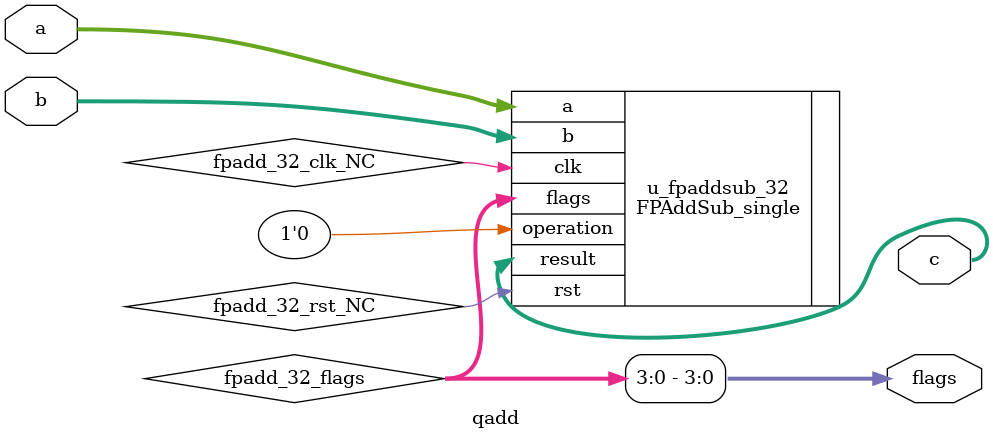
<source format=v>

`timescale 1ns/1ns
`define DWIDTH 16
`define AWIDTH 10
`define MEM_SIZE 1024
`define DESIGN_SIZE 8
`define MAT_MUL_SIZE 4
`define MASK_WIDTH 4
`define LOG2_MAT_MUL_SIZE 2
`define NUM_CYCLES_IN_MAC 3
`define MEM_ACCESS_LATENCY 1
`define REG_DATAWIDTH 32
`define REG_ADDRWIDTH 8
`define ADDR_STRIDE_WIDTH 16
`define REG_STDN_TPU_ADDR 32'h4
`define REG_MATRIX_A_ADDR 32'he
`define REG_MATRIX_B_ADDR 32'h12
`define REG_MATRIX_C_ADDR 32'h16
`define REG_VALID_MASK_A_ROWS_ADDR 32'h20
`define REG_VALID_MASK_A_COLS_ADDR 32'h54
`define REG_VALID_MASK_B_ROWS_ADDR 32'h5c
`define REG_VALID_MASK_B_COLS_ADDR 32'h58
`define REG_MATRIX_A_STRIDE_ADDR 32'h28
`define REG_MATRIX_B_STRIDE_ADDR 32'h32
`define REG_MATRIX_C_STRIDE_ADDR 32'h36
`define ADDRESS_BASE_A 10'd0
`define ADDRESS_BASE_B 10'd0
`define ADDRESS_BASE_C 10'd0
  module conv(
  input clk,
  input clk_mem,
  input resetn,
  input pe_resetn,
  input start,
  output reg done,
  input  [7:0] bram_select,
  input  [`AWIDTH-1:0] bram_addr_ext,
  output reg [`MAT_MUL_SIZE*`DWIDTH-1:0] bram_rdata_ext,
  input  [`MAT_MUL_SIZE*`DWIDTH-1:0] bram_wdata_ext,
  input  [`MAT_MUL_SIZE-1:0] bram_we_ext
);


  wire PCLK;
  assign PCLK = clk;
  //Dummy register to sync all other invalid/unimplemented addresses
  reg [`REG_DATAWIDTH-1:0] reg_dummy;

wire reset;
assign reset = ~resetn;
wire pe_reset;
assign pe_reset = ~pe_resetn;


  reg pe_reset_0;	
  reg start_mat_mul_0;
  wire done_mat_mul_0;
  reg [`AWIDTH-1:0] address_mat_a_0;
  reg [`AWIDTH-1:0] address_mat_b_0;
  reg [`AWIDTH-1:0] address_mat_c_0;
  reg [`ADDR_STRIDE_WIDTH-1:0] address_stride_a_0;
  reg [`ADDR_STRIDE_WIDTH-1:0] address_stride_b_0;
  reg [`ADDR_STRIDE_WIDTH-1:0] address_stride_c_0;
  wire [3:0] flags_NC_0;
  wire [`MAT_MUL_SIZE*`DWIDTH-1:0] a_data_0;
  wire [`MAT_MUL_SIZE*`DWIDTH-1:0] b_data_0;
  wire [`MAT_MUL_SIZE*`DWIDTH-1:0] c_data_0;
  wire [`MAT_MUL_SIZE*`DWIDTH-1:0] a_data_in_0_NC;
  assign a_data_in_0_NC = 0;
  wire [`MAT_MUL_SIZE*`DWIDTH-1:0] b_data_in_0_NC;
  assign b_data_in_0_NC = 0;
  wire [`MAT_MUL_SIZE*`DWIDTH-1:0] c_data_in_0_NC;
  assign c_data_in_0_NC = 0;
  wire [`MAT_MUL_SIZE*`DWIDTH-1:0] a_data_out_0_NC;
  wire [`MAT_MUL_SIZE*`DWIDTH-1:0] b_data_out_0_NC;
  wire [`AWIDTH-1:0] a_addr_0;
  wire [`AWIDTH-1:0] b_addr_0;
  wire [`AWIDTH-1:0] c_addr_0;
  wire c_data_0_available;
  reg [3:0] validity_mask_a_0_rows;
  reg [3:0] validity_mask_a_0_cols;
  reg [3:0] validity_mask_b_0_rows;
  reg [3:0] validity_mask_b_0_cols;
  
  

  reg pe_reset_1;	
  reg start_mat_mul_1;
  wire done_mat_mul_1;
  reg [`AWIDTH-1:0] address_mat_a_1;
  reg [`AWIDTH-1:0] address_mat_b_1;
  reg [`AWIDTH-1:0] address_mat_c_1;
  reg [`ADDR_STRIDE_WIDTH-1:0] address_stride_a_1;
  reg [`ADDR_STRIDE_WIDTH-1:0] address_stride_b_1;
  reg [`ADDR_STRIDE_WIDTH-1:0] address_stride_c_1;
  wire [3:0] flags_NC_1;
  wire [`MAT_MUL_SIZE*`DWIDTH-1:0] a_data_1;
  wire [`MAT_MUL_SIZE*`DWIDTH-1:0] b_data_1;
  wire [`MAT_MUL_SIZE*`DWIDTH-1:0] c_data_1;
  wire [`MAT_MUL_SIZE*`DWIDTH-1:0] a_data_in_1_NC;
  assign a_data_in_1_NC = 0;
  wire [`MAT_MUL_SIZE*`DWIDTH-1:0] b_data_in_1_NC;
  assign b_data_in_1_NC = 0;
  wire [`MAT_MUL_SIZE*`DWIDTH-1:0] c_data_in_1_NC;
  assign c_data_in_1_NC = 0;
  wire [`MAT_MUL_SIZE*`DWIDTH-1:0] a_data_out_1_NC;
  wire [`MAT_MUL_SIZE*`DWIDTH-1:0] b_data_out_1_NC;
  wire [`AWIDTH-1:0] a_addr_1;
  wire [`AWIDTH-1:0] b_addr_1;
  wire [`AWIDTH-1:0] c_addr_1;
  wire c_data_1_available;
  reg [3:0] validity_mask_a_1_rows;
  reg [3:0] validity_mask_a_1_cols;
  reg [3:0] validity_mask_b_1_rows;
  reg [3:0] validity_mask_b_1_cols;
  
  

  reg pe_reset_2;	
  reg start_mat_mul_2;
  wire done_mat_mul_2;
  reg [`AWIDTH-1:0] address_mat_a_2;
  reg [`AWIDTH-1:0] address_mat_b_2;
  reg [`AWIDTH-1:0] address_mat_c_2;
  reg [`ADDR_STRIDE_WIDTH-1:0] address_stride_a_2;
  reg [`ADDR_STRIDE_WIDTH-1:0] address_stride_b_2;
  reg [`ADDR_STRIDE_WIDTH-1:0] address_stride_c_2;
  wire [3:0] flags_NC_2;
  wire [`MAT_MUL_SIZE*`DWIDTH-1:0] a_data_2;
  wire [`MAT_MUL_SIZE*`DWIDTH-1:0] b_data_2;
  wire [`MAT_MUL_SIZE*`DWIDTH-1:0] c_data_2;
  wire [`MAT_MUL_SIZE*`DWIDTH-1:0] a_data_in_2_NC;
  assign a_data_in_2_NC = 0;
  wire [`MAT_MUL_SIZE*`DWIDTH-1:0] b_data_in_2_NC;
  assign b_data_in_2_NC = 0;
  wire [`MAT_MUL_SIZE*`DWIDTH-1:0] c_data_in_2_NC;
  assign c_data_in_2_NC = 0;
  wire [`MAT_MUL_SIZE*`DWIDTH-1:0] a_data_out_2_NC;
  wire [`MAT_MUL_SIZE*`DWIDTH-1:0] b_data_out_2_NC;
  wire [`AWIDTH-1:0] a_addr_2;
  wire [`AWIDTH-1:0] b_addr_2;
  wire [`AWIDTH-1:0] c_addr_2;
  wire c_data_2_available;
  reg [3:0] validity_mask_a_2_rows;
  reg [3:0] validity_mask_a_2_cols;
  reg [3:0] validity_mask_b_2_rows;
  reg [3:0] validity_mask_b_2_cols;
  
  

  reg pe_reset_3;	
  reg start_mat_mul_3;
  wire done_mat_mul_3;
  reg [`AWIDTH-1:0] address_mat_a_3;
  reg [`AWIDTH-1:0] address_mat_b_3;
  reg [`AWIDTH-1:0] address_mat_c_3;
  reg [`ADDR_STRIDE_WIDTH-1:0] address_stride_a_3;
  reg [`ADDR_STRIDE_WIDTH-1:0] address_stride_b_3;
  reg [`ADDR_STRIDE_WIDTH-1:0] address_stride_c_3;
  wire [3:0] flags_NC_3;
  wire [`MAT_MUL_SIZE*`DWIDTH-1:0] a_data_3;
  wire [`MAT_MUL_SIZE*`DWIDTH-1:0] b_data_3;
  wire [`MAT_MUL_SIZE*`DWIDTH-1:0] c_data_3;
  wire [`MAT_MUL_SIZE*`DWIDTH-1:0] a_data_in_3_NC;
  assign a_data_in_3_NC = 0;
  wire [`MAT_MUL_SIZE*`DWIDTH-1:0] b_data_in_3_NC;
  assign b_data_in_3_NC = 0;
  wire [`MAT_MUL_SIZE*`DWIDTH-1:0] c_data_in_3_NC;
  assign c_data_in_3_NC = 0;
  wire [`MAT_MUL_SIZE*`DWIDTH-1:0] a_data_out_3_NC;
  wire [`MAT_MUL_SIZE*`DWIDTH-1:0] b_data_out_3_NC;
  wire [`AWIDTH-1:0] a_addr_3;
  wire [`AWIDTH-1:0] b_addr_3;
  wire [`AWIDTH-1:0] c_addr_3;
  wire c_data_3_available;
  reg [3:0] validity_mask_a_3_rows;
  reg [3:0] validity_mask_a_3_cols;
  reg [3:0] validity_mask_b_3_rows;
  reg [3:0] validity_mask_b_3_cols;
  
  

  reg pe_reset_4;	
  reg start_mat_mul_4;
  wire done_mat_mul_4;
  reg [`AWIDTH-1:0] address_mat_a_4;
  reg [`AWIDTH-1:0] address_mat_b_4;
  reg [`AWIDTH-1:0] address_mat_c_4;
  reg [`ADDR_STRIDE_WIDTH-1:0] address_stride_a_4;
  reg [`ADDR_STRIDE_WIDTH-1:0] address_stride_b_4;
  reg [`ADDR_STRIDE_WIDTH-1:0] address_stride_c_4;
  wire [3:0] flags_NC_4;
  wire [`MAT_MUL_SIZE*`DWIDTH-1:0] a_data_4;
  wire [`MAT_MUL_SIZE*`DWIDTH-1:0] b_data_4;
  wire [`MAT_MUL_SIZE*`DWIDTH-1:0] c_data_4;
  wire [`MAT_MUL_SIZE*`DWIDTH-1:0] a_data_in_4_NC;
  assign a_data_in_4_NC = 0;
  wire [`MAT_MUL_SIZE*`DWIDTH-1:0] b_data_in_4_NC;
  assign b_data_in_4_NC = 0;
  wire [`MAT_MUL_SIZE*`DWIDTH-1:0] c_data_in_4_NC;
  assign c_data_in_4_NC = 0;
  wire [`MAT_MUL_SIZE*`DWIDTH-1:0] a_data_out_4_NC;
  wire [`MAT_MUL_SIZE*`DWIDTH-1:0] b_data_out_4_NC;
  wire [`AWIDTH-1:0] a_addr_4;
  wire [`AWIDTH-1:0] b_addr_4;
  wire [`AWIDTH-1:0] c_addr_4;
  wire c_data_4_available;
  reg [3:0] validity_mask_a_4_rows;
  reg [3:0] validity_mask_a_4_cols;
  reg [3:0] validity_mask_b_4_rows;
  reg [3:0] validity_mask_b_4_cols;
  
  

  reg pe_reset_5;	
  reg start_mat_mul_5;
  wire done_mat_mul_5;
  reg [`AWIDTH-1:0] address_mat_a_5;
  reg [`AWIDTH-1:0] address_mat_b_5;
  reg [`AWIDTH-1:0] address_mat_c_5;
  reg [`ADDR_STRIDE_WIDTH-1:0] address_stride_a_5;
  reg [`ADDR_STRIDE_WIDTH-1:0] address_stride_b_5;
  reg [`ADDR_STRIDE_WIDTH-1:0] address_stride_c_5;
  wire [3:0] flags_NC_5;
  wire [`MAT_MUL_SIZE*`DWIDTH-1:0] a_data_5;
  wire [`MAT_MUL_SIZE*`DWIDTH-1:0] b_data_5;
  wire [`MAT_MUL_SIZE*`DWIDTH-1:0] c_data_5;
  wire [`MAT_MUL_SIZE*`DWIDTH-1:0] a_data_in_5_NC;
  assign a_data_in_5_NC = 0;
  wire [`MAT_MUL_SIZE*`DWIDTH-1:0] b_data_in_5_NC;
  assign b_data_in_5_NC = 0;
  wire [`MAT_MUL_SIZE*`DWIDTH-1:0] c_data_in_5_NC;
  assign c_data_in_5_NC = 0;
  wire [`MAT_MUL_SIZE*`DWIDTH-1:0] a_data_out_5_NC;
  wire [`MAT_MUL_SIZE*`DWIDTH-1:0] b_data_out_5_NC;
  wire [`AWIDTH-1:0] a_addr_5;
  wire [`AWIDTH-1:0] b_addr_5;
  wire [`AWIDTH-1:0] c_addr_5;
  wire c_data_5_available;
  reg [3:0] validity_mask_a_5_rows;
  reg [3:0] validity_mask_a_5_cols;
  reg [3:0] validity_mask_b_5_rows;
  reg [3:0] validity_mask_b_5_cols;
  
  

  reg pe_reset_6;	
  reg start_mat_mul_6;
  wire done_mat_mul_6;
  reg [`AWIDTH-1:0] address_mat_a_6;
  reg [`AWIDTH-1:0] address_mat_b_6;
  reg [`AWIDTH-1:0] address_mat_c_6;
  reg [`ADDR_STRIDE_WIDTH-1:0] address_stride_a_6;
  reg [`ADDR_STRIDE_WIDTH-1:0] address_stride_b_6;
  reg [`ADDR_STRIDE_WIDTH-1:0] address_stride_c_6;
  wire [3:0] flags_NC_6;
  wire [`MAT_MUL_SIZE*`DWIDTH-1:0] a_data_6;
  wire [`MAT_MUL_SIZE*`DWIDTH-1:0] b_data_6;
  wire [`MAT_MUL_SIZE*`DWIDTH-1:0] c_data_6;
  wire [`MAT_MUL_SIZE*`DWIDTH-1:0] a_data_in_6_NC;
  assign a_data_in_6_NC = 0;
  wire [`MAT_MUL_SIZE*`DWIDTH-1:0] b_data_in_6_NC;
  assign b_data_in_6_NC = 0;
  wire [`MAT_MUL_SIZE*`DWIDTH-1:0] c_data_in_6_NC;
  assign c_data_in_6_NC = 0;
  wire [`MAT_MUL_SIZE*`DWIDTH-1:0] a_data_out_6_NC;
  wire [`MAT_MUL_SIZE*`DWIDTH-1:0] b_data_out_6_NC;
  wire [`AWIDTH-1:0] a_addr_6;
  wire [`AWIDTH-1:0] b_addr_6;
  wire [`AWIDTH-1:0] c_addr_6;
  wire c_data_6_available;
  reg [3:0] validity_mask_a_6_rows;
  reg [3:0] validity_mask_a_6_cols;
  reg [3:0] validity_mask_b_6_rows;
  reg [3:0] validity_mask_b_6_cols;
  
  

    reg [`AWIDTH-1:0] bram_addr_a_0_ext;
    wire [`MAT_MUL_SIZE*`DWIDTH-1:0] bram_rdata_a_0_ext;
    reg [`MAT_MUL_SIZE*`DWIDTH-1:0] bram_wdata_a_0_ext;
    reg [`MASK_WIDTH-1:0] bram_we_a_0_ext;
    
	  wire [`AWIDTH-1:0] bram_addr_a_0;
	  wire [`MAT_MUL_SIZE*`DWIDTH-1:0] bram_rdata_a_0;
	  wire [`MAT_MUL_SIZE*`DWIDTH-1:0] bram_wdata_a_0;
	  wire [`MASK_WIDTH-1:0] bram_we_a_0;
	  wire bram_en_a_0;

    reg [`AWIDTH-1:0] bram_addr_b_0_ext;
    wire [`MAT_MUL_SIZE*`DWIDTH-1:0] bram_rdata_b_0_ext;
    reg [`MAT_MUL_SIZE*`DWIDTH-1:0] bram_wdata_b_0_ext;
    reg [`MASK_WIDTH-1:0] bram_we_b_0_ext;
    
	  wire [`AWIDTH-1:0] bram_addr_b_0;
	  wire [`MAT_MUL_SIZE*`DWIDTH-1:0] bram_rdata_b_0;
	  wire [`MAT_MUL_SIZE*`DWIDTH-1:0] bram_wdata_b_0;
	  wire [`MASK_WIDTH-1:0] bram_we_b_0;
	  wire bram_en_b_0;

    

    reg [`AWIDTH-1:0] bram_addr_a_1_ext;
    wire [`MAT_MUL_SIZE*`DWIDTH-1:0] bram_rdata_a_1_ext;
    reg [`MAT_MUL_SIZE*`DWIDTH-1:0] bram_wdata_a_1_ext;
    reg [`MASK_WIDTH-1:0] bram_we_a_1_ext;
    
	  wire [`AWIDTH-1:0] bram_addr_a_1;
	  wire [`MAT_MUL_SIZE*`DWIDTH-1:0] bram_rdata_a_1;
	  wire [`MAT_MUL_SIZE*`DWIDTH-1:0] bram_wdata_a_1;
	  wire [`MASK_WIDTH-1:0] bram_we_a_1;
	  wire bram_en_a_1;

    reg [`AWIDTH-1:0] bram_addr_b_1_ext;
    wire [`MAT_MUL_SIZE*`DWIDTH-1:0] bram_rdata_b_1_ext;
    reg [`MAT_MUL_SIZE*`DWIDTH-1:0] bram_wdata_b_1_ext;
    reg [`MASK_WIDTH-1:0] bram_we_b_1_ext;
    
	  wire [`AWIDTH-1:0] bram_addr_b_1;
	  wire [`MAT_MUL_SIZE*`DWIDTH-1:0] bram_rdata_b_1;
	  wire [`MAT_MUL_SIZE*`DWIDTH-1:0] bram_wdata_b_1;
	  wire [`MASK_WIDTH-1:0] bram_we_b_1;
	  wire bram_en_b_1;

    

    reg [`AWIDTH-1:0] bram_addr_a_2_ext;
    wire [`MAT_MUL_SIZE*`DWIDTH-1:0] bram_rdata_a_2_ext;
    reg [`MAT_MUL_SIZE*`DWIDTH-1:0] bram_wdata_a_2_ext;
    reg [`MASK_WIDTH-1:0] bram_we_a_2_ext;
    
	  wire [`AWIDTH-1:0] bram_addr_a_2;
	  wire [`MAT_MUL_SIZE*`DWIDTH-1:0] bram_rdata_a_2;
	  wire [`MAT_MUL_SIZE*`DWIDTH-1:0] bram_wdata_a_2;
	  wire [`MASK_WIDTH-1:0] bram_we_a_2;
	  wire bram_en_a_2;

    reg [`AWIDTH-1:0] bram_addr_b_2_ext;
    wire [`MAT_MUL_SIZE*`DWIDTH-1:0] bram_rdata_b_2_ext;
    reg [`MAT_MUL_SIZE*`DWIDTH-1:0] bram_wdata_b_2_ext;
    reg [`MASK_WIDTH-1:0] bram_we_b_2_ext;
    
	  wire [`AWIDTH-1:0] bram_addr_b_2;
	  wire [`MAT_MUL_SIZE*`DWIDTH-1:0] bram_rdata_b_2;
	  wire [`MAT_MUL_SIZE*`DWIDTH-1:0] bram_wdata_b_2;
	  wire [`MASK_WIDTH-1:0] bram_we_b_2;
	  wire bram_en_b_2;

    

    reg [`AWIDTH-1:0] bram_addr_a_3_ext;
    wire [`MAT_MUL_SIZE*`DWIDTH-1:0] bram_rdata_a_3_ext;
    reg [`MAT_MUL_SIZE*`DWIDTH-1:0] bram_wdata_a_3_ext;
    reg [`MASK_WIDTH-1:0] bram_we_a_3_ext;
    
	  wire [`AWIDTH-1:0] bram_addr_a_3;
	  wire [`MAT_MUL_SIZE*`DWIDTH-1:0] bram_rdata_a_3;
	  wire [`MAT_MUL_SIZE*`DWIDTH-1:0] bram_wdata_a_3;
	  wire [`MASK_WIDTH-1:0] bram_we_a_3;
	  wire bram_en_a_3;

    reg [`AWIDTH-1:0] bram_addr_b_3_ext;
    wire [`MAT_MUL_SIZE*`DWIDTH-1:0] bram_rdata_b_3_ext;
    reg [`MAT_MUL_SIZE*`DWIDTH-1:0] bram_wdata_b_3_ext;
    reg [`MASK_WIDTH-1:0] bram_we_b_3_ext;
    
	  wire [`AWIDTH-1:0] bram_addr_b_3;
	  wire [`MAT_MUL_SIZE*`DWIDTH-1:0] bram_rdata_b_3;
	  wire [`MAT_MUL_SIZE*`DWIDTH-1:0] bram_wdata_b_3;
	  wire [`MASK_WIDTH-1:0] bram_we_b_3;
	  wire bram_en_b_3;

    

    reg [`AWIDTH-1:0] bram_addr_a_4_ext;
    wire [`MAT_MUL_SIZE*`DWIDTH-1:0] bram_rdata_a_4_ext;
    reg [`MAT_MUL_SIZE*`DWIDTH-1:0] bram_wdata_a_4_ext;
    reg [`MASK_WIDTH-1:0] bram_we_a_4_ext;
    
	  wire [`AWIDTH-1:0] bram_addr_a_4;
	  wire [`MAT_MUL_SIZE*`DWIDTH-1:0] bram_rdata_a_4;
	  wire [`MAT_MUL_SIZE*`DWIDTH-1:0] bram_wdata_a_4;
	  wire [`MASK_WIDTH-1:0] bram_we_a_4;
	  wire bram_en_a_4;

    reg [`AWIDTH-1:0] bram_addr_b_4_ext;
    wire [`MAT_MUL_SIZE*`DWIDTH-1:0] bram_rdata_b_4_ext;
    reg [`MAT_MUL_SIZE*`DWIDTH-1:0] bram_wdata_b_4_ext;
    reg [`MASK_WIDTH-1:0] bram_we_b_4_ext;
    
	  wire [`AWIDTH-1:0] bram_addr_b_4;
	  wire [`MAT_MUL_SIZE*`DWIDTH-1:0] bram_rdata_b_4;
	  wire [`MAT_MUL_SIZE*`DWIDTH-1:0] bram_wdata_b_4;
	  wire [`MASK_WIDTH-1:0] bram_we_b_4;
	  wire bram_en_b_4;

    

    reg [`AWIDTH-1:0] bram_addr_a_5_ext;
    wire [`MAT_MUL_SIZE*`DWIDTH-1:0] bram_rdata_a_5_ext;
    reg [`MAT_MUL_SIZE*`DWIDTH-1:0] bram_wdata_a_5_ext;
    reg [`MASK_WIDTH-1:0] bram_we_a_5_ext;
    
	  wire [`AWIDTH-1:0] bram_addr_a_5;
	  wire [`MAT_MUL_SIZE*`DWIDTH-1:0] bram_rdata_a_5;
	  wire [`MAT_MUL_SIZE*`DWIDTH-1:0] bram_wdata_a_5;
	  wire [`MASK_WIDTH-1:0] bram_we_a_5;
	  wire bram_en_a_5;

    reg [`AWIDTH-1:0] bram_addr_b_5_ext;
    wire [`MAT_MUL_SIZE*`DWIDTH-1:0] bram_rdata_b_5_ext;
    reg [`MAT_MUL_SIZE*`DWIDTH-1:0] bram_wdata_b_5_ext;
    reg [`MASK_WIDTH-1:0] bram_we_b_5_ext;
    
	  wire [`AWIDTH-1:0] bram_addr_b_5;
	  wire [`MAT_MUL_SIZE*`DWIDTH-1:0] bram_rdata_b_5;
	  wire [`MAT_MUL_SIZE*`DWIDTH-1:0] bram_wdata_b_5;
	  wire [`MASK_WIDTH-1:0] bram_we_b_5;
	  wire bram_en_b_5;

    

    reg [`AWIDTH-1:0] bram_addr_a_6_ext;
    wire [`MAT_MUL_SIZE*`DWIDTH-1:0] bram_rdata_a_6_ext;
    reg [`MAT_MUL_SIZE*`DWIDTH-1:0] bram_wdata_a_6_ext;
    reg [`MASK_WIDTH-1:0] bram_we_a_6_ext;
    
	  wire [`AWIDTH-1:0] bram_addr_a_6;
	  wire [`MAT_MUL_SIZE*`DWIDTH-1:0] bram_rdata_a_6;
	  wire [`MAT_MUL_SIZE*`DWIDTH-1:0] bram_wdata_a_6;
	  wire [`MASK_WIDTH-1:0] bram_we_a_6;
	  wire bram_en_a_6;

    reg [`AWIDTH-1:0] bram_addr_b_6_ext;
    wire [`MAT_MUL_SIZE*`DWIDTH-1:0] bram_rdata_b_6_ext;
    reg [`MAT_MUL_SIZE*`DWIDTH-1:0] bram_wdata_b_6_ext;
    reg [`MASK_WIDTH-1:0] bram_we_b_6_ext;
    
	  wire [`AWIDTH-1:0] bram_addr_b_6;
	  wire [`MAT_MUL_SIZE*`DWIDTH-1:0] bram_rdata_b_6;
	  wire [`MAT_MUL_SIZE*`DWIDTH-1:0] bram_wdata_b_6;
	  wire [`MASK_WIDTH-1:0] bram_we_b_6;
	  wire bram_en_b_6;

    

  always @* begin
    case (bram_select)


      0: begin
      bram_addr_a_0_ext = bram_addr_ext;
      bram_wdata_a_0_ext = bram_wdata_ext;
      bram_we_a_0_ext = bram_we_ext;
      bram_rdata_ext = bram_rdata_a_0_ext;
      end
    

      1: begin
      bram_addr_b_0_ext = bram_addr_ext;
      bram_wdata_b_0_ext = bram_wdata_ext;
      bram_we_b_0_ext = bram_we_ext;
      bram_rdata_ext = bram_rdata_b_0_ext;
      end
    

      2: begin
      bram_addr_a_1_ext = bram_addr_ext;
      bram_wdata_a_1_ext = bram_wdata_ext;
      bram_we_a_1_ext = bram_we_ext;
      bram_rdata_ext = bram_rdata_a_1_ext;
      end
    

      3: begin
      bram_addr_b_1_ext = bram_addr_ext;
      bram_wdata_b_1_ext = bram_wdata_ext;
      bram_we_b_1_ext = bram_we_ext;
      bram_rdata_ext = bram_rdata_b_1_ext;
      end
    

      4: begin
      bram_addr_a_2_ext = bram_addr_ext;
      bram_wdata_a_2_ext = bram_wdata_ext;
      bram_we_a_2_ext = bram_we_ext;
      bram_rdata_ext = bram_rdata_a_2_ext;
      end
    

      5: begin
      bram_addr_b_2_ext = bram_addr_ext;
      bram_wdata_b_2_ext = bram_wdata_ext;
      bram_we_b_2_ext = bram_we_ext;
      bram_rdata_ext = bram_rdata_b_2_ext;
      end
    

      6: begin
      bram_addr_a_3_ext = bram_addr_ext;
      bram_wdata_a_3_ext = bram_wdata_ext;
      bram_we_a_3_ext = bram_we_ext;
      bram_rdata_ext = bram_rdata_a_3_ext;
      end
    

      7: begin
      bram_addr_b_3_ext = bram_addr_ext;
      bram_wdata_b_3_ext = bram_wdata_ext;
      bram_we_b_3_ext = bram_we_ext;
      bram_rdata_ext = bram_rdata_b_3_ext;
      end
    

      8: begin
      bram_addr_a_4_ext = bram_addr_ext;
      bram_wdata_a_4_ext = bram_wdata_ext;
      bram_we_a_4_ext = bram_we_ext;
      bram_rdata_ext = bram_rdata_a_4_ext;
      end
    

      9: begin
      bram_addr_b_4_ext = bram_addr_ext;
      bram_wdata_b_4_ext = bram_wdata_ext;
      bram_we_b_4_ext = bram_we_ext;
      bram_rdata_ext = bram_rdata_b_4_ext;
      end
    

      10: begin
      bram_addr_a_5_ext = bram_addr_ext;
      bram_wdata_a_5_ext = bram_wdata_ext;
      bram_we_a_5_ext = bram_we_ext;
      bram_rdata_ext = bram_rdata_a_5_ext;
      end
    

      11: begin
      bram_addr_b_5_ext = bram_addr_ext;
      bram_wdata_b_5_ext = bram_wdata_ext;
      bram_we_b_5_ext = bram_we_ext;
      bram_rdata_ext = bram_rdata_b_5_ext;
      end
    

      12: begin
      bram_addr_a_6_ext = bram_addr_ext;
      bram_wdata_a_6_ext = bram_wdata_ext;
      bram_we_a_6_ext = bram_we_ext;
      bram_rdata_ext = bram_rdata_a_6_ext;
      end
    

      13: begin
      bram_addr_b_6_ext = bram_addr_ext;
      bram_wdata_b_6_ext = bram_wdata_ext;
      bram_we_b_6_ext = bram_we_ext;
      bram_rdata_ext = bram_rdata_b_6_ext;
      end
    

      default: begin
      bram_rdata_ext = 0;
      end
    endcase 
  end
   

  ram matrix_A_0(
    .addr0(bram_addr_a_0),
    .d0(bram_wdata_a_0), 
    .we0(bram_we_a_0), 
    .q0(a_data_0), 
    .addr1(bram_addr_a_0_ext),
    .d1(bram_wdata_a_0_ext), 
    .we1(bram_we_a_0_ext), 
    .q1(bram_rdata_a_0_ext), 
    .clk(clk_mem));

  ram matrix_B_0(
    .addr0(b_addr_0),
    .d0(bram_wdata_b_0), 
    .we0(bram_we_b_0), 
    .q0(b_data_0), 
    .addr1(bram_addr_b_0_ext),
    .d1(bram_wdata_b_0_ext), 
    .we1(bram_we_b_0_ext), 
    .q1(bram_rdata_b_0_ext), 
    .clk(clk_mem));

    

  ram matrix_A_1(
    .addr0(bram_addr_a_1),
    .d0(bram_wdata_a_1), 
    .we0(bram_we_a_1), 
    .q0(a_data_1), 
    .addr1(bram_addr_a_1_ext),
    .d1(bram_wdata_a_1_ext), 
    .we1(bram_we_a_1_ext), 
    .q1(bram_rdata_a_1_ext), 
    .clk(clk_mem));

  ram matrix_B_1(
    .addr0(b_addr_1),
    .d0(bram_wdata_b_1), 
    .we0(bram_we_b_1), 
    .q0(b_data_1), 
    .addr1(bram_addr_b_1_ext),
    .d1(bram_wdata_b_1_ext), 
    .we1(bram_we_b_1_ext), 
    .q1(bram_rdata_b_1_ext), 
    .clk(clk_mem));

    

  ram matrix_A_2(
    .addr0(bram_addr_a_2),
    .d0(bram_wdata_a_2), 
    .we0(bram_we_a_2), 
    .q0(a_data_2), 
    .addr1(bram_addr_a_2_ext),
    .d1(bram_wdata_a_2_ext), 
    .we1(bram_we_a_2_ext), 
    .q1(bram_rdata_a_2_ext), 
    .clk(clk_mem));

  ram matrix_B_2(
    .addr0(b_addr_2),
    .d0(bram_wdata_b_2), 
    .we0(bram_we_b_2), 
    .q0(b_data_2), 
    .addr1(bram_addr_b_2_ext),
    .d1(bram_wdata_b_2_ext), 
    .we1(bram_we_b_2_ext), 
    .q1(bram_rdata_b_2_ext), 
    .clk(clk_mem));

    

  ram matrix_A_3(
    .addr0(bram_addr_a_3),
    .d0(bram_wdata_a_3), 
    .we0(bram_we_a_3), 
    .q0(a_data_3), 
    .addr1(bram_addr_a_3_ext),
    .d1(bram_wdata_a_3_ext), 
    .we1(bram_we_a_3_ext), 
    .q1(bram_rdata_a_3_ext), 
    .clk(clk_mem));

  ram matrix_B_3(
    .addr0(b_addr_3),
    .d0(bram_wdata_b_3), 
    .we0(bram_we_b_3), 
    .q0(b_data_3), 
    .addr1(bram_addr_b_3_ext),
    .d1(bram_wdata_b_3_ext), 
    .we1(bram_we_b_3_ext), 
    .q1(bram_rdata_b_3_ext), 
    .clk(clk_mem));

    

  ram matrix_A_4(
    .addr0(bram_addr_a_4),
    .d0(bram_wdata_a_4), 
    .we0(bram_we_a_4), 
    .q0(a_data_4), 
    .addr1(bram_addr_a_4_ext),
    .d1(bram_wdata_a_4_ext), 
    .we1(bram_we_a_4_ext), 
    .q1(bram_rdata_a_4_ext), 
    .clk(clk_mem));

  ram matrix_B_4(
    .addr0(b_addr_4),
    .d0(bram_wdata_b_4), 
    .we0(bram_we_b_4), 
    .q0(b_data_4), 
    .addr1(bram_addr_b_4_ext),
    .d1(bram_wdata_b_4_ext), 
    .we1(bram_we_b_4_ext), 
    .q1(bram_rdata_b_4_ext), 
    .clk(clk_mem));

    

  ram matrix_A_5(
    .addr0(bram_addr_a_5),
    .d0(bram_wdata_a_5), 
    .we0(bram_we_a_5), 
    .q0(a_data_5), 
    .addr1(bram_addr_a_5_ext),
    .d1(bram_wdata_a_5_ext), 
    .we1(bram_we_a_5_ext), 
    .q1(bram_rdata_a_5_ext), 
    .clk(clk_mem));

  ram matrix_B_5(
    .addr0(b_addr_5),
    .d0(bram_wdata_b_5), 
    .we0(bram_we_b_5), 
    .q0(b_data_5), 
    .addr1(bram_addr_b_5_ext),
    .d1(bram_wdata_b_5_ext), 
    .we1(bram_we_b_5_ext), 
    .q1(bram_rdata_b_5_ext), 
    .clk(clk_mem));

    

  ram matrix_A_6(
    .addr0(bram_addr_a_6),
    .d0(bram_wdata_a_6), 
    .we0(bram_we_a_6), 
    .q0(a_data_6), 
    .addr1(bram_addr_a_6_ext),
    .d1(bram_wdata_a_6_ext), 
    .we1(bram_we_a_6_ext), 
    .q1(bram_rdata_a_6_ext), 
    .clk(clk_mem));

  ram matrix_B_6(
    .addr0(b_addr_6),
    .d0(bram_wdata_b_6), 
    .we0(bram_we_b_6), 
    .q0(b_data_6), 
    .addr1(bram_addr_b_6_ext),
    .d1(bram_wdata_b_6_ext), 
    .we1(bram_we_b_6_ext), 
    .q1(bram_rdata_b_6_ext), 
    .clk(clk_mem));

    


  assign bram_wdata_a_0 = c_data_0;
  assign bram_en_a_0 = 1'b1;
  assign bram_we_a_0 = (c_data_0_available) ? {`MASK_WIDTH{1'b1}} : {`MASK_WIDTH{1'b0}};  
  assign bram_addr_a_0 = (c_data_0_available) ? c_addr_0 : a_addr_0;

  assign bram_wdata_b_0 = {`MAT_MUL_SIZE*`DWIDTH{1'b0}};
  assign bram_en_b_0 = 1'b1;
  assign bram_we_b_0 = {`MASK_WIDTH{1'b0}};
  


  assign bram_wdata_a_1 = c_data_1;
  assign bram_en_a_1 = 1'b1;
  assign bram_we_a_1 = (c_data_1_available) ? {`MASK_WIDTH{1'b1}} : {`MASK_WIDTH{1'b0}};  
  assign bram_addr_a_1 = (c_data_1_available) ? c_addr_1 : a_addr_1;

  assign bram_wdata_b_1 = {`MAT_MUL_SIZE*`DWIDTH{1'b0}};
  assign bram_en_b_1 = 1'b1;
  assign bram_we_b_1 = {`MASK_WIDTH{1'b0}};
  


  assign bram_wdata_a_2 = c_data_2;
  assign bram_en_a_2 = 1'b1;
  assign bram_we_a_2 = (c_data_2_available) ? {`MASK_WIDTH{1'b1}} : {`MASK_WIDTH{1'b0}};  
  assign bram_addr_a_2 = (c_data_2_available) ? c_addr_2 : a_addr_2;

  assign bram_wdata_b_2 = {`MAT_MUL_SIZE*`DWIDTH{1'b0}};
  assign bram_en_b_2 = 1'b1;
  assign bram_we_b_2 = {`MASK_WIDTH{1'b0}};
  


  assign bram_wdata_a_3 = c_data_3;
  assign bram_en_a_3 = 1'b1;
  assign bram_we_a_3 = (c_data_3_available) ? {`MASK_WIDTH{1'b1}} : {`MASK_WIDTH{1'b0}};  
  assign bram_addr_a_3 = (c_data_3_available) ? c_addr_3 : a_addr_3;

  assign bram_wdata_b_3 = {`MAT_MUL_SIZE*`DWIDTH{1'b0}};
  assign bram_en_b_3 = 1'b1;
  assign bram_we_b_3 = {`MASK_WIDTH{1'b0}};
  


  assign bram_wdata_a_4 = c_data_4;
  assign bram_en_a_4 = 1'b1;
  assign bram_we_a_4 = (c_data_4_available) ? {`MASK_WIDTH{1'b1}} : {`MASK_WIDTH{1'b0}};  
  assign bram_addr_a_4 = (c_data_4_available) ? c_addr_4 : a_addr_4;

  assign bram_wdata_b_4 = {`MAT_MUL_SIZE*`DWIDTH{1'b0}};
  assign bram_en_b_4 = 1'b1;
  assign bram_we_b_4 = {`MASK_WIDTH{1'b0}};
  


  assign bram_wdata_a_5 = c_data_5;
  assign bram_en_a_5 = 1'b1;
  assign bram_we_a_5 = (c_data_5_available) ? {`MASK_WIDTH{1'b1}} : {`MASK_WIDTH{1'b0}};  
  assign bram_addr_a_5 = (c_data_5_available) ? c_addr_5 : a_addr_5;

  assign bram_wdata_b_5 = {`MAT_MUL_SIZE*`DWIDTH{1'b0}};
  assign bram_en_b_5 = 1'b1;
  assign bram_we_b_5 = {`MASK_WIDTH{1'b0}};
  


  assign bram_wdata_a_6 = c_data_6;
  assign bram_en_a_6 = 1'b1;
  assign bram_we_a_6 = (c_data_6_available) ? {`MASK_WIDTH{1'b1}} : {`MASK_WIDTH{1'b0}};  
  assign bram_addr_a_6 = (c_data_6_available) ? c_addr_6 : a_addr_6;

  assign bram_wdata_b_6 = {`MAT_MUL_SIZE*`DWIDTH{1'b0}};
  assign bram_en_b_6 = 1'b1;
  assign bram_we_b_6 = {`MASK_WIDTH{1'b0}};
  

wire done_mat_mul;
assign done_mat_mul = 
done_mat_mul_0 &
done_mat_mul_1 &
done_mat_mul_2 &
done_mat_mul_3 &
done_mat_mul_4 &
done_mat_mul_5 &
done_mat_mul_6;

wire done_eltwise_add_phase_1;
wire done_eltwise_add_phase_2;
wire done_eltwise_add_phase_3;
assign done_eltwise_add_phase_1 = done_mat_mul_4 & done_mat_mul_5 & done_mat_mul_6;
assign done_eltwise_add_phase_2 = done_mat_mul_5 & done_mat_mul_6;
assign done_eltwise_add_phase_3 = done_mat_mul_6;



reg [1:0] slice_0_op;
    

reg [1:0] slice_1_op;
    

reg [1:0] slice_2_op;
    

reg [1:0] slice_3_op;
    

reg [1:0] slice_4_op;
    

reg [1:0] slice_5_op;
    

reg [1:0] slice_6_op;
    

reg [3:0] count;
reg [4:0] state;
reg [4:0] vertical_count;

	always @( posedge clk) begin
      if (resetn == 1'b0) begin
        state <= 5'd0;
        done <= 0;
        

      slice_0_op <= 0;
      start_mat_mul_0 <= 0;
      address_mat_a_0 <= 0;
      address_mat_b_0 <= 0;
      address_mat_c_0 <= 0;
      address_stride_a_0 <= 0;
      address_stride_b_0 <= 0;
      address_stride_c_0 <= 0;
      validity_mask_a_0_rows <= 0;
      validity_mask_a_0_cols <= 0;
      validity_mask_b_0_rows <= 0;
      validity_mask_b_0_cols <= 0;
    

      slice_1_op <= 0;
      start_mat_mul_1 <= 0;
      address_mat_a_1 <= 0;
      address_mat_b_1 <= 0;
      address_mat_c_1 <= 0;
      address_stride_a_1 <= 0;
      address_stride_b_1 <= 0;
      address_stride_c_1 <= 0;
      validity_mask_a_1_rows <= 0;
      validity_mask_a_1_cols <= 0;
      validity_mask_b_1_rows <= 0;
      validity_mask_b_1_cols <= 0;
    

      slice_2_op <= 0;
      start_mat_mul_2 <= 0;
      address_mat_a_2 <= 0;
      address_mat_b_2 <= 0;
      address_mat_c_2 <= 0;
      address_stride_a_2 <= 0;
      address_stride_b_2 <= 0;
      address_stride_c_2 <= 0;
      validity_mask_a_2_rows <= 0;
      validity_mask_a_2_cols <= 0;
      validity_mask_b_2_rows <= 0;
      validity_mask_b_2_cols <= 0;
    

      slice_3_op <= 0;
      start_mat_mul_3 <= 0;
      address_mat_a_3 <= 0;
      address_mat_b_3 <= 0;
      address_mat_c_3 <= 0;
      address_stride_a_3 <= 0;
      address_stride_b_3 <= 0;
      address_stride_c_3 <= 0;
      validity_mask_a_3_rows <= 0;
      validity_mask_a_3_cols <= 0;
      validity_mask_b_3_rows <= 0;
      validity_mask_b_3_cols <= 0;
    

      slice_4_op <= 0;
      start_mat_mul_4 <= 0;
      address_mat_a_4 <= 0;
      address_mat_b_4 <= 0;
      address_mat_c_4 <= 0;
      address_stride_a_4 <= 0;
      address_stride_b_4 <= 0;
      address_stride_c_4 <= 0;
      validity_mask_a_4_rows <= 0;
      validity_mask_a_4_cols <= 0;
      validity_mask_b_4_rows <= 0;
      validity_mask_b_4_cols <= 0;
    

      slice_5_op <= 0;
      start_mat_mul_5 <= 0;
      address_mat_a_5 <= 0;
      address_mat_b_5 <= 0;
      address_mat_c_5 <= 0;
      address_stride_a_5 <= 0;
      address_stride_b_5 <= 0;
      address_stride_c_5 <= 0;
      validity_mask_a_5_rows <= 0;
      validity_mask_a_5_cols <= 0;
      validity_mask_b_5_rows <= 0;
      validity_mask_b_5_cols <= 0;
    

      slice_6_op <= 0;
      start_mat_mul_6 <= 0;
      address_mat_a_6 <= 0;
      address_mat_b_6 <= 0;
      address_mat_c_6 <= 0;
      address_stride_a_6 <= 0;
      address_stride_b_6 <= 0;
      address_stride_c_6 <= 0;
      validity_mask_a_6_rows <= 0;
      validity_mask_a_6_cols <= 0;
      validity_mask_b_6_rows <= 0;
      validity_mask_b_6_cols <= 0;
    

        count <= 0;
        vertical_count <= 0;
      end 
      else begin
        case (state)
        5'd0: begin
        
start_mat_mul_0 <= 1'b0;
start_mat_mul_1 <= 1'b0;
start_mat_mul_2 <= 1'b0;
start_mat_mul_3 <= 1'b0;
start_mat_mul_4 <= 1'b0;
start_mat_mul_5 <= 1'b0;
start_mat_mul_6 <= 1'b0;

          if (start== 1'b1) begin
            count <= 4'd1;
            vertical_count <= 5'd1;
            state <= 5'd1;
            done <= 0;
          end 
        end


    5'd1: begin


      slice_0_op <= 2'b00;
      start_mat_mul_0 <= 1'b1;
      address_mat_a_0 <=  vertical_count + `ADDRESS_BASE_A +10'd0; //will change horizontally
      address_mat_b_0 <=  vertical_count + `ADDRESS_BASE_B +10'd0; //will change horizontally
      address_mat_c_0 <=  vertical_count + `ADDRESS_BASE_A +10'd192; //will stay constant horizontally
      //if (count==4'd4) begin
      // address_stride_a_0 <= 16'd8;
      //end else begin
        address_stride_a_0 <= 16'd1; 
      //end
      address_stride_b_0 <= 16'd3; //constant horiz
      address_stride_c_0 <= 16'd64; //constant horiz
      validity_mask_a_0_rows <= 4'b1111; //constant
      validity_mask_a_0_cols <= 4'b1111; //constant
      validity_mask_b_0_rows <= 4'b1111; //constant
      validity_mask_b_0_cols <= 4'b0111; //constant
      

      slice_1_op <= 2'b00;
      start_mat_mul_1 <= 1'b1;
      address_mat_a_1 <=  vertical_count + `ADDRESS_BASE_A +10'd11; //will change horizontally
      address_mat_b_1 <=  vertical_count + `ADDRESS_BASE_B +10'd12; //will change horizontally
      address_mat_c_1 <=  vertical_count + `ADDRESS_BASE_A +10'd192; //will stay constant horizontally
      //if (count==4'd4) begin
      // address_stride_a_1 <= 16'd8;
      //end else begin
        address_stride_a_1 <= 16'd1; 
      //end
      address_stride_b_1 <= 16'd3; //constant horiz
      address_stride_c_1 <= 16'd64; //constant horiz
      validity_mask_a_1_rows <= 4'b1111; //constant
      validity_mask_a_1_cols <= 4'b1111; //constant
      validity_mask_b_1_rows <= 4'b1111; //constant
      validity_mask_b_1_cols <= 4'b0111; //constant
      

      slice_2_op <= 2'b00;
      start_mat_mul_2 <= 1'b1;
      address_mat_a_2 <=  vertical_count + `ADDRESS_BASE_A +10'd22; //will change horizontally
      address_mat_b_2 <=  vertical_count + `ADDRESS_BASE_B +10'd24; //will change horizontally
      address_mat_c_2 <=  vertical_count + `ADDRESS_BASE_A +10'd192; //will stay constant horizontally
      //if (count==4'd4) begin
      // address_stride_a_2 <= 16'd8;
      //end else begin
        address_stride_a_2 <= 16'd1; 
      //end
      address_stride_b_2 <= 16'd3; //constant horiz
      address_stride_c_2 <= 16'd64; //constant horiz
      validity_mask_a_2_rows <= 4'b1111; //constant
      validity_mask_a_2_cols <= 4'b1111; //constant
      validity_mask_b_2_rows <= 4'b1111; //constant
      validity_mask_b_2_cols <= 4'b0111; //constant
      

      slice_3_op <= 2'b00;
      start_mat_mul_3 <= 1'b1;
      address_mat_a_3 <=  vertical_count + `ADDRESS_BASE_A +10'd33; //will change horizontally
      address_mat_b_3 <=  vertical_count + `ADDRESS_BASE_B +10'd36; //will change horizontally
      address_mat_c_3 <=  vertical_count + `ADDRESS_BASE_A +10'd192; //will stay constant horizontally
      //if (count==4'd4) begin
      // address_stride_a_3 <= 16'd8;
      //end else begin
        address_stride_a_3 <= 16'd1; 
      //end
      address_stride_b_3 <= 16'd3; //constant horiz
      address_stride_c_3 <= 16'd64; //constant horiz
      validity_mask_a_3_rows <= 4'b1111; //constant
      validity_mask_a_3_cols <= 4'b1111; //constant
      validity_mask_b_3_rows <= 4'b1111; //constant
      validity_mask_b_3_cols <= 4'b0111; //constant
      

      slice_4_op <= 2'b00;
      start_mat_mul_4 <= 1'b1;
      address_mat_a_4 <=  vertical_count + `ADDRESS_BASE_A +10'd44; //will change horizontally
      address_mat_b_4 <=  vertical_count + `ADDRESS_BASE_B +10'd48; //will change horizontally
      address_mat_c_4 <=  vertical_count + `ADDRESS_BASE_A +10'd192; //will stay constant horizontally
      //if (count==4'd4) begin
      // address_stride_a_4 <= 16'd8;
      //end else begin
        address_stride_a_4 <= 16'd1; 
      //end
      address_stride_b_4 <= 16'd3; //constant horiz
      address_stride_c_4 <= 16'd64; //constant horiz
      validity_mask_a_4_rows <= 4'b1111; //constant
      validity_mask_a_4_cols <= 4'b1111; //constant
      validity_mask_b_4_rows <= 4'b1111; //constant
      validity_mask_b_4_cols <= 4'b0111; //constant
      

      slice_5_op <= 2'b00;
      start_mat_mul_5 <= 1'b1;
      address_mat_a_5 <=  vertical_count + `ADDRESS_BASE_A +10'd55; //will change horizontally
      address_mat_b_5 <=  vertical_count + `ADDRESS_BASE_B +10'd60; //will change horizontally
      address_mat_c_5 <=  vertical_count + `ADDRESS_BASE_A +10'd192; //will stay constant horizontally
      //if (count==4'd4) begin
      // address_stride_a_5 <= 16'd8;
      //end else begin
        address_stride_a_5 <= 16'd1; 
      //end
      address_stride_b_5 <= 16'd3; //constant horiz
      address_stride_c_5 <= 16'd64; //constant horiz
      validity_mask_a_5_rows <= 4'b1111; //constant
      validity_mask_a_5_cols <= 4'b1111; //constant
      validity_mask_b_5_rows <= 4'b1111; //constant
      validity_mask_b_5_cols <= 4'b0111; //constant
      

      slice_6_op <= 2'b00;
      start_mat_mul_6 <= 1'b1;
      address_mat_a_6 <=  vertical_count + `ADDRESS_BASE_A +10'd66; //will change horizontally
      address_mat_b_6 <=  vertical_count + `ADDRESS_BASE_B +10'd72; //will change horizontally
      address_mat_c_6 <=  vertical_count + `ADDRESS_BASE_A +10'd192; //will stay constant horizontally
      //if (count==4'd4) begin
      // address_stride_a_6 <= 16'd8;
      //end else begin
        address_stride_a_6 <= 16'd1; 
      //end
      address_stride_b_6 <= 16'd3; //constant horiz
      address_stride_c_6 <= 16'd64; //constant horiz
      validity_mask_a_6_rows <= 4'b1111; //constant
      validity_mask_a_6_cols <= 4'b1111; //constant
      validity_mask_b_6_rows <= 4'b1111; //constant
      validity_mask_b_6_cols <= 4'b0111; //constant
      

  count <= count + 1;

  if (done_mat_mul == 1'b1) begin
    state <= 5'd2;


  end
end


    5'd2: begin
    count <= 4'b0;


    start_mat_mul_0 <= 1'b0;

    start_mat_mul_1 <= 1'b0;

    start_mat_mul_2 <= 1'b0;

    start_mat_mul_3 <= 1'b0;

    start_mat_mul_4 <= 1'b0;

    start_mat_mul_5 <= 1'b0;

    start_mat_mul_6 <= 1'b0;

    state <= 5'd3;
  end


    5'd3: begin


      slice_4_op <= 2'b10;
      start_mat_mul_4 <= 1'b1;
      address_mat_a_4 <= vertical_count + `ADDRESS_BASE_A + 10'd192; //will stay constant horizontally
      address_mat_b_4 <= vertical_count + `ADDRESS_BASE_A +  10'd192; //will stay constant horizontally
      address_mat_c_4 <= vertical_count + `ADDRESS_BASE_A + 10'd512; //will stay constant horizontally
      address_stride_a_4 <= 16'd64;
      address_stride_b_4 <= 16'd64;
      address_stride_c_4 <= 16'd64; 
      validity_mask_a_4_rows <= 4'b1111; //constant
      validity_mask_a_4_cols <= 4'b1111; //constant
      validity_mask_b_4_rows <= 4'b1111; //constant
      validity_mask_b_4_cols <= 4'b0111; //constant
    

      slice_5_op <= 2'b10;
      start_mat_mul_5 <= 1'b1;
      address_mat_a_5 <= vertical_count + `ADDRESS_BASE_A + 10'd192; //will stay constant horizontally
      address_mat_b_5 <= vertical_count + `ADDRESS_BASE_A +  10'd192; //will stay constant horizontally
      address_mat_c_5 <= vertical_count + `ADDRESS_BASE_A + 10'd512; //will stay constant horizontally
      address_stride_a_5 <= 16'd64;
      address_stride_b_5 <= 16'd64;
      address_stride_c_5 <= 16'd64; 
      validity_mask_a_5_rows <= 4'b1111; //constant
      validity_mask_a_5_cols <= 4'b1111; //constant
      validity_mask_b_5_rows <= 4'b1111; //constant
      validity_mask_b_5_cols <= 4'b0111; //constant
    

      slice_6_op <= 2'b10;
      start_mat_mul_6 <= 1'b1;
      address_mat_a_6 <= vertical_count + `ADDRESS_BASE_A + 10'd192; //will stay constant horizontally
      address_mat_b_6 <= vertical_count + `ADDRESS_BASE_A +  10'd192; //will stay constant horizontally
      address_mat_c_6 <= vertical_count + `ADDRESS_BASE_A + 10'd512; //will stay constant horizontally
      address_stride_a_6 <= 16'd64;
      address_stride_b_6 <= 16'd64;
      address_stride_c_6 <= 16'd64; 
      validity_mask_a_6_rows <= 4'b1111; //constant
      validity_mask_a_6_cols <= 4'b1111; //constant
      validity_mask_b_6_rows <= 4'b1111; //constant
      validity_mask_b_6_cols <= 4'b0111; //constant
    

      if (done_eltwise_add_phase_1 == 1'b1) begin
        state <= 5'd4;
      end


end
    5'd4: begin
        start_mat_mul_4 <= 1'b0;
        start_mat_mul_5 <= 1'b0;
        start_mat_mul_6 <= 1'b0;
        state <= 5'd5;


end
    5'd5: begin


      slice_5_op <= 2'b10;
      start_mat_mul_5 <= 1'b1;
      address_mat_a_5 <= vertical_count + `ADDRESS_BASE_A + 10'd512; //will stay constant horizontally
      address_mat_b_5 <= vertical_count + `ADDRESS_BASE_A +  10'd512; //will stay constant horizontally
      address_mat_c_5 <= vertical_count + `ADDRESS_BASE_A + 10'd768; //will stay constant horizontally
      address_stride_a_5 <= 16'd64;
      address_stride_b_5 <= 16'd64;
      address_stride_c_5 <= 16'd64; 
      validity_mask_a_5_rows <= 4'b1111; //constant
      validity_mask_a_5_cols <= 4'b1111; //constant
      validity_mask_b_5_rows <= 4'b1111; //constant
      validity_mask_b_5_cols <= 4'b0111; //constant
    

      slice_6_op <= 2'b10;
      start_mat_mul_6 <= 1'b1;
      address_mat_a_6 <= vertical_count + `ADDRESS_BASE_A + 10'd512; //will stay constant horizontally
      address_mat_b_6 <= vertical_count + `ADDRESS_BASE_A +  10'd512; //will stay constant horizontally
      address_mat_c_6 <= vertical_count + `ADDRESS_BASE_A + 10'd768; //will stay constant horizontally
      address_stride_a_6 <= 16'd64;
      address_stride_b_6 <= 16'd64;
      address_stride_c_6 <= 16'd64; 
      validity_mask_a_6_rows <= 4'b1111; //constant
      validity_mask_a_6_cols <= 4'b1111; //constant
      validity_mask_b_6_rows <= 4'b1111; //constant
      validity_mask_b_6_cols <= 4'b0111; //constant
    

      if (done_eltwise_add_phase_2 == 1'b1) begin
        state <= 5'd6;
      end


end
    5'd6: begin
        state <= 5'd7;
        start_mat_mul_5 <= 1'b0;
        start_mat_mul_6 <= 1'b0;


end
    5'd7: begin


      slice_6_op <= 2'b10;
      start_mat_mul_6 <= 1'b1;
      address_mat_a_6 <= vertical_count + `ADDRESS_BASE_A + 10'd768; //will stay constant horizontally
      address_mat_b_6 <= vertical_count + `ADDRESS_BASE_A +  10'd768; //will stay constant horizontally
      address_mat_c_6 <= vertical_count + `ADDRESS_BASE_A + 10'd900; //will stay constant horizontally
      address_stride_a_6 <= 16'd64;
      address_stride_b_6 <= 16'd64;
      address_stride_c_6 <= 16'd64; 
      validity_mask_a_6_rows <= 4'b1111; //constant
      validity_mask_a_6_cols <= 4'b1111; //constant
      validity_mask_b_6_rows <= 4'b1111; //constant
      validity_mask_b_6_cols <= 4'b0111; //constant
    

      if (done_eltwise_add_phase_3 == 1'b1) begin
        state <= 5'd8;
      end
end


    5'd8: begin
        state <= 5'd9;
        start_mat_mul_6 <= 1'b0;
end


    5'd9: begin
    if (vertical_count == 5'd16) begin
      done <= 1'b1;
      state <= 5'd0;
    end 
    else begin
      vertical_count <= vertical_count + 1;
      state <= 5'd1;
    end
    end
  
endcase
end
end


    matmul_4x4_systolic u_matmul_4x4_systolic_0(
      .clk(clk),
      .reset(reset),
      .pe_reset(pe_reset),
      .start_mat_mul(start_mat_mul_0),
      .done_mat_mul(done_mat_mul_0),
      .address_mat_a(address_mat_a_0),
      .address_mat_b(address_mat_b_0),
      .address_mat_c(address_mat_c_0),
      .address_stride_a(address_stride_a_0),
      .address_stride_b(address_stride_b_0),
      .address_stride_c(address_stride_c_0),
      .a_data(a_data_0),
      .b_data(b_data_0),
      .a_data_in(a_data_in_0_NC),
      .b_data_in(b_data_in_0_NC),
      .c_data_in(c_data_in_0_NC),
      .c_data_out(c_data_0),
      .a_data_out(a_data_out_0_NC),
      .b_data_out(b_data_out_0_NC),
      .a_addr(a_addr_0),
      .b_addr(b_addr_0),
      .c_addr(c_addr_0),
      .c_data_available(c_data_0_available),
      .flags(flags_NC_0),
      .validity_mask_a_rows(validity_mask_a_0_rows),
      .validity_mask_a_cols(validity_mask_a_0_cols),
      .validity_mask_b_rows(validity_mask_b_0_rows),
      .validity_mask_b_cols(validity_mask_b_0_cols),
      .slice_mode(1'b0), //0 is SLICE_MODE_MATMUL
      .slice_dtype(1'b1), //1 is FP16
      .op(slice_0_op), 
      .preload(1'b0),
      .final_mat_mul_size(8'd4),
      .a_loc(8'd0),
      .b_loc(8'd0)
    );
    
    

    matmul_4x4_systolic u_matmul_4x4_systolic_1(
      .clk(clk),
      .reset(reset),
      .pe_reset(pe_reset),
      .start_mat_mul(start_mat_mul_1),
      .done_mat_mul(done_mat_mul_1),
      .address_mat_a(address_mat_a_1),
      .address_mat_b(address_mat_b_1),
      .address_mat_c(address_mat_c_1),
      .address_stride_a(address_stride_a_1),
      .address_stride_b(address_stride_b_1),
      .address_stride_c(address_stride_c_1),
      .a_data(a_data_1),
      .b_data(b_data_1),
      .a_data_in(a_data_in_1_NC),
      .b_data_in(b_data_in_1_NC),
      .c_data_in(c_data_in_1_NC),
      .c_data_out(c_data_1),
      .a_data_out(a_data_out_1_NC),
      .b_data_out(b_data_out_1_NC),
      .a_addr(a_addr_1),
      .b_addr(b_addr_1),
      .c_addr(c_addr_1),
      .c_data_available(c_data_1_available),
      .flags(flags_NC_1),
      .validity_mask_a_rows(validity_mask_a_1_rows),
      .validity_mask_a_cols(validity_mask_a_1_cols),
      .validity_mask_b_rows(validity_mask_b_1_rows),
      .validity_mask_b_cols(validity_mask_b_1_cols),
      .slice_mode(1'b0), //0 is SLICE_MODE_MATMUL
      .slice_dtype(1'b1), //1 is FP16
      .op(slice_1_op), 
      .preload(1'b0),
      .final_mat_mul_size(8'd4),
      .a_loc(8'd0),
      .b_loc(8'd0)
    );
    
    

    matmul_4x4_systolic u_matmul_4x4_systolic_2(
      .clk(clk),
      .reset(reset),
      .pe_reset(pe_reset),
      .start_mat_mul(start_mat_mul_2),
      .done_mat_mul(done_mat_mul_2),
      .address_mat_a(address_mat_a_2),
      .address_mat_b(address_mat_b_2),
      .address_mat_c(address_mat_c_2),
      .address_stride_a(address_stride_a_2),
      .address_stride_b(address_stride_b_2),
      .address_stride_c(address_stride_c_2),
      .a_data(a_data_2),
      .b_data(b_data_2),
      .a_data_in(a_data_in_2_NC),
      .b_data_in(b_data_in_2_NC),
      .c_data_in(c_data_in_2_NC),
      .c_data_out(c_data_2),
      .a_data_out(a_data_out_2_NC),
      .b_data_out(b_data_out_2_NC),
      .a_addr(a_addr_2),
      .b_addr(b_addr_2),
      .c_addr(c_addr_2),
      .c_data_available(c_data_2_available),
      .flags(flags_NC_2),
      .validity_mask_a_rows(validity_mask_a_2_rows),
      .validity_mask_a_cols(validity_mask_a_2_cols),
      .validity_mask_b_rows(validity_mask_b_2_rows),
      .validity_mask_b_cols(validity_mask_b_2_cols),
      .slice_mode(1'b0), //0 is SLICE_MODE_MATMUL
      .slice_dtype(1'b1), //1 is FP16
      .op(slice_2_op), 
      .preload(1'b0),
      .final_mat_mul_size(8'd4),
      .a_loc(8'd0),
      .b_loc(8'd0)
    );
    
    

    matmul_4x4_systolic u_matmul_4x4_systolic_3(
      .clk(clk),
      .reset(reset),
      .pe_reset(pe_reset),
      .start_mat_mul(start_mat_mul_3),
      .done_mat_mul(done_mat_mul_3),
      .address_mat_a(address_mat_a_3),
      .address_mat_b(address_mat_b_3),
      .address_mat_c(address_mat_c_3),
      .address_stride_a(address_stride_a_3),
      .address_stride_b(address_stride_b_3),
      .address_stride_c(address_stride_c_3),
      .a_data(a_data_3),
      .b_data(b_data_3),
      .a_data_in(a_data_in_3_NC),
      .b_data_in(b_data_in_3_NC),
      .c_data_in(c_data_in_3_NC),
      .c_data_out(c_data_3),
      .a_data_out(a_data_out_3_NC),
      .b_data_out(b_data_out_3_NC),
      .a_addr(a_addr_3),
      .b_addr(b_addr_3),
      .c_addr(c_addr_3),
      .c_data_available(c_data_3_available),
      .flags(flags_NC_3),
      .validity_mask_a_rows(validity_mask_a_3_rows),
      .validity_mask_a_cols(validity_mask_a_3_cols),
      .validity_mask_b_rows(validity_mask_b_3_rows),
      .validity_mask_b_cols(validity_mask_b_3_cols),
      .slice_mode(1'b0), //0 is SLICE_MODE_MATMUL
      .slice_dtype(1'b1), //1 is FP16
      .op(slice_3_op), 
      .preload(1'b0),
      .final_mat_mul_size(8'd4),
      .a_loc(8'd0),
      .b_loc(8'd0)
    );
    
    

    matmul_4x4_systolic u_matmul_4x4_systolic_4(
      .clk(clk),
      .reset(reset),
      .pe_reset(pe_reset),
      .start_mat_mul(start_mat_mul_4),
      .done_mat_mul(done_mat_mul_4),
      .address_mat_a(address_mat_a_4),
      .address_mat_b(address_mat_b_4),
      .address_mat_c(address_mat_c_4),
      .address_stride_a(address_stride_a_4),
      .address_stride_b(address_stride_b_4),
      .address_stride_c(address_stride_c_4),
      .a_data(a_data_4),
      .b_data(b_data_4),
      .a_data_in(a_data_in_4_NC),
      .b_data_in(b_data_in_4_NC),
      .c_data_in(c_data_in_4_NC),
      .c_data_out(c_data_4),
      .a_data_out(a_data_out_4_NC),
      .b_data_out(b_data_out_4_NC),
      .a_addr(a_addr_4),
      .b_addr(b_addr_4),
      .c_addr(c_addr_4),
      .c_data_available(c_data_4_available),
      .flags(flags_NC_4),
      .validity_mask_a_rows(validity_mask_a_4_rows),
      .validity_mask_a_cols(validity_mask_a_4_cols),
      .validity_mask_b_rows(validity_mask_b_4_rows),
      .validity_mask_b_cols(validity_mask_b_4_cols),
      .slice_mode(1'b0), //0 is SLICE_MODE_MATMUL
      .slice_dtype(1'b1), //1 is FP16
      .op(slice_4_op), 
      .preload(1'b0),
      .final_mat_mul_size(8'd4),
      .a_loc(8'd0),
      .b_loc(8'd0)
    );
    
    

    matmul_4x4_systolic u_matmul_4x4_systolic_5(
      .clk(clk),
      .reset(reset),
      .pe_reset(pe_reset),
      .start_mat_mul(start_mat_mul_5),
      .done_mat_mul(done_mat_mul_5),
      .address_mat_a(address_mat_a_5),
      .address_mat_b(address_mat_b_5),
      .address_mat_c(address_mat_c_5),
      .address_stride_a(address_stride_a_5),
      .address_stride_b(address_stride_b_5),
      .address_stride_c(address_stride_c_5),
      .a_data(a_data_5),
      .b_data(b_data_5),
      .a_data_in(a_data_in_5_NC),
      .b_data_in(b_data_in_5_NC),
      .c_data_in(c_data_in_5_NC),
      .c_data_out(c_data_5),
      .a_data_out(a_data_out_5_NC),
      .b_data_out(b_data_out_5_NC),
      .a_addr(a_addr_5),
      .b_addr(b_addr_5),
      .c_addr(c_addr_5),
      .c_data_available(c_data_5_available),
      .flags(flags_NC_5),
      .validity_mask_a_rows(validity_mask_a_5_rows),
      .validity_mask_a_cols(validity_mask_a_5_cols),
      .validity_mask_b_rows(validity_mask_b_5_rows),
      .validity_mask_b_cols(validity_mask_b_5_cols),
      .slice_mode(1'b0), //0 is SLICE_MODE_MATMUL
      .slice_dtype(1'b1), //1 is FP16
      .op(slice_5_op), 
      .preload(1'b0),
      .final_mat_mul_size(8'd4),
      .a_loc(8'd0),
      .b_loc(8'd0)
    );
    
    

    matmul_4x4_systolic u_matmul_4x4_systolic_6(
      .clk(clk),
      .reset(reset),
      .pe_reset(pe_reset),
      .start_mat_mul(start_mat_mul_6),
      .done_mat_mul(done_mat_mul_6),
      .address_mat_a(address_mat_a_6),
      .address_mat_b(address_mat_b_6),
      .address_mat_c(address_mat_c_6),
      .address_stride_a(address_stride_a_6),
      .address_stride_b(address_stride_b_6),
      .address_stride_c(address_stride_c_6),
      .a_data(a_data_6),
      .b_data(b_data_6),
      .a_data_in(a_data_in_6_NC),
      .b_data_in(b_data_in_6_NC),
      .c_data_in(c_data_in_6_NC),
      .c_data_out(c_data_6),
      .a_data_out(a_data_out_6_NC),
      .b_data_out(b_data_out_6_NC),
      .a_addr(a_addr_6),
      .b_addr(b_addr_6),
      .c_addr(c_addr_6),
      .c_data_available(c_data_6_available),
      .flags(flags_NC_6),
      .validity_mask_a_rows(validity_mask_a_6_rows),
      .validity_mask_a_cols(validity_mask_a_6_cols),
      .validity_mask_b_rows(validity_mask_b_6_rows),
      .validity_mask_b_cols(validity_mask_b_6_cols),
      .slice_mode(1'b0), //0 is SLICE_MODE_MATMUL
      .slice_dtype(1'b1), //1 is FP16
      .op(slice_6_op), 
      .preload(1'b0),
      .final_mat_mul_size(8'd4),
      .a_loc(8'd0),
      .b_loc(8'd0)
    );
    
    


endmodule


//////////////////////////////////
//Dual port RAM
//////////////////////////////////
module ram (
        addr0, 
        d0, 
        we0, 
        q0,  
        addr1,
        d1,
        we1,
        q1,
        clk);

input [`AWIDTH-1:0] addr0;
input [`AWIDTH-1:0] addr1;
input [`MAT_MUL_SIZE*`DWIDTH-1:0] d0;
input [`MAT_MUL_SIZE*`DWIDTH-1:0] d1;
input [`MAT_MUL_SIZE-1:0] we0;
input [`MAT_MUL_SIZE-1:0] we1;
output [`MAT_MUL_SIZE*`DWIDTH-1:0] q0;
output [`MAT_MUL_SIZE*`DWIDTH-1:0] q1;
input clk;

`ifdef VCS
reg [`MAT_MUL_SIZE*`DWIDTH-1:0] q0;
reg [`MAT_MUL_SIZE*`DWIDTH-1:0] q1;
reg [`DWIDTH-1:0] ram[((1<<`AWIDTH)-1):0];
integer i;

always @(posedge clk)  
begin 
    for (i = 0; i < `MAT_MUL_SIZE; i=i+1) begin
        if (we0[i]) ram[addr0+i] <= d0[i*`DWIDTH +: `DWIDTH]; 
    end    
    for (i = 0; i < `MAT_MUL_SIZE; i=i+1) begin
        q0[i*`DWIDTH +: `DWIDTH] <= ram[addr0+i];
    end    
end

always @(posedge clk)  
begin 
    for (i = 0; i < `MAT_MUL_SIZE; i=i+1) begin
        if (we1[i]) ram[addr0+i] <= d1[i*`DWIDTH +: `DWIDTH]; 
    end    
    for (i = 0; i < `MAT_MUL_SIZE; i=i+1) begin
        q1[i*`DWIDTH +: `DWIDTH] <= ram[addr1+i];
    end    
end

`else
//BRAMs available in VTR FPGA architectures have one bit write-enables.
//So let's combine multiple bits into 1. We don't have a usecase of
//writing/not-writing only parts of the word anyway.
wire we0_coalesced;
assign we0_coalesced = |we0;
wire we1_coalesced;
assign we1_coalesced = |we1;

dual_port_ram u_dual_port_ram(
.addr1(addr0),
.we1(we0_coalesced),
.data1(d0),
.out1(q0),
.addr2(addr1),
.we2(we1_coalesced),
.data2(d1),
.out2(q1),
.clk(clk)
);

`endif


endmodule

  
module matmul_4x4_systolic(
 clk,
 reset,
 pe_reset,
 start_mat_mul,
 done_mat_mul,
 address_mat_a,
 address_mat_b,
 address_mat_c,
 address_stride_a,
 address_stride_b,
 address_stride_c,
 a_data,
 b_data,
 a_data_in, //Data values coming in from previous matmul - systolic connections
 b_data_in,
 c_data_in, //Data values coming in from previous matmul - systolic shifting
 c_data_out, //Data values going out to next matmul - systolic shifting
 a_data_out,
 b_data_out,
 a_addr,
 b_addr,
 c_addr,
 c_data_available,
 flags,
 validity_mask_a_rows,
 validity_mask_a_cols,
 validity_mask_b_rows,
 validity_mask_b_cols,
 slice_mode,
 slice_dtype,
 op,
 preload,
 final_mat_mul_size,
 a_loc,
 b_loc
);

 input clk;
 input reset;
 input pe_reset;
 input start_mat_mul;
 output done_mat_mul;
 input [`AWIDTH-1:0] address_mat_a;
 input [`AWIDTH-1:0] address_mat_b;
 input [`AWIDTH-1:0] address_mat_c;
 input [`ADDR_STRIDE_WIDTH-1:0] address_stride_a;
 input [`ADDR_STRIDE_WIDTH-1:0] address_stride_b;
 input [`ADDR_STRIDE_WIDTH-1:0] address_stride_c;
 input [`MAT_MUL_SIZE*`DWIDTH-1:0] a_data;
 input [`MAT_MUL_SIZE*`DWIDTH-1:0] b_data;
 input [`MAT_MUL_SIZE*`DWIDTH-1:0] a_data_in;
 input [`MAT_MUL_SIZE*`DWIDTH-1:0] b_data_in;
 input [`MAT_MUL_SIZE*`DWIDTH-1:0] c_data_in;
 output [`MAT_MUL_SIZE*`DWIDTH-1:0] c_data_out;
 output [`MAT_MUL_SIZE*`DWIDTH-1:0] a_data_out;
 output [`MAT_MUL_SIZE*`DWIDTH-1:0] b_data_out;
 output [`AWIDTH-1:0] a_addr;
 output [`AWIDTH-1:0] b_addr;
 output [`AWIDTH-1:0] c_addr;
 output c_data_available;
 output [3:0] flags;
 input [`MASK_WIDTH-1:0] validity_mask_a_rows;
 input [`MASK_WIDTH-1:0] validity_mask_a_cols;
 input [`MASK_WIDTH-1:0] validity_mask_b_rows;
 input [`MASK_WIDTH-1:0] validity_mask_b_cols;
//7:0 is okay here. We aren't going to make a matmul larger than 128x128
//In fact, these will get optimized out by the synthesis tool, because
//we hardcode them at the instantiation level.
 input [7:0] final_mat_mul_size;
 input [7:0] a_loc;
 input [7:0] b_loc;
 input slice_dtype;
 input slice_mode;
 input [1:0] op;
 input preload;


 wire slice_dtype_NC;
 wire slice_mode_NC;
 wire preload_NC;

 assign slice_dtype_NC = slice_dtype;
 assign slice_mode_NC = slice_mode;
 assign preload_NC = preload;

//op[1]  op[0]
//   0      0   -> mat mul
//   0      1   -> elt mul
//   1      0   -> elt add
//   1      1   -> elt sub
wire eltwise_mode;
wire eltwise_mul;
wire eltwise_add;
wire eltwise_sub;
assign eltwise_mode =  ( op[1]  |   op[0]);
assign eltwise_mul  =  (~op[1]  &   op[0]);
assign eltwise_add  =  ( op[1]  &  ~op[0]);
assign eltwise_sub  =  ( op[1]  &   op[0]);

//////////////////////////////////////////////////////////////////////////
// Logic for clock counting and when to assert done
//////////////////////////////////////////////////////////////////////////

reg done_mat_mul;
//This is 7 bits because the expectation is that clock count will be pretty
//small. For large matmuls, this will need to increased to have more bits.
//In general, a systolic multiplier takes 4*N-2+P cycles, where N is the size 
//of the matmul and P is the number of pipleine stages in the MAC block.
reg [7:0] clk_cnt;

//Finding out number of cycles to assert matmul done.
//When we have to save the outputs to accumulators, then we don't need to
//shift out data. So, we can assert done_mat_mul early.
//In the normal case, we have to include the time to shift out the results. 
//Note: the count expression used to contain "4*final_mat_mul_size", but 
//to avoid multiplication, we now use "final_mat_mul_size<<2"
wire [7:0] clk_cnt_for_done;
assign clk_cnt_for_done = 
                          (eltwise_mode) ? ((final_mat_mul_size<<1) + 1):
                          ((final_mat_mul_size<<2) - 2 + `NUM_CYCLES_IN_MAC) ;  

always @(posedge clk) begin
  if (reset || ~start_mat_mul) begin
    clk_cnt <= 0;
    done_mat_mul <= 0;
  end
  else if (clk_cnt == clk_cnt_for_done) begin
    done_mat_mul <= 1;
    clk_cnt <= clk_cnt + 1;
  end
  else if (done_mat_mul == 0) begin
    clk_cnt <= clk_cnt + 1;
  end    
  else begin
    done_mat_mul <= 0;
    clk_cnt <= clk_cnt + 1;
  end
end


wire [`DWIDTH-1:0] a0_data;
wire [`DWIDTH-1:0] a1_data;
wire [`DWIDTH-1:0] a2_data;
wire [`DWIDTH-1:0] a3_data;
wire [`DWIDTH-1:0] b0_data;
wire [`DWIDTH-1:0] b1_data;
wire [`DWIDTH-1:0] b2_data;
wire [`DWIDTH-1:0] b3_data;
wire [`DWIDTH-1:0] a1_data_delayed_1;
wire [`DWIDTH-1:0] a2_data_delayed_1;
wire [`DWIDTH-1:0] a2_data_delayed_2;
wire [`DWIDTH-1:0] a3_data_delayed_1;
wire [`DWIDTH-1:0] a3_data_delayed_2;
wire [`DWIDTH-1:0] a3_data_delayed_3;
wire [`DWIDTH-1:0] b1_data_delayed_1;
wire [`DWIDTH-1:0] b2_data_delayed_1;
wire [`DWIDTH-1:0] b2_data_delayed_2;
wire [`DWIDTH-1:0] b3_data_delayed_1;
wire [`DWIDTH-1:0] b3_data_delayed_2;
wire [`DWIDTH-1:0] b3_data_delayed_3;

//////////////////////////////////////////////////////////////////////////
// Instantiation of systolic data setup
//////////////////////////////////////////////////////////////////////////
systolic_data_setup u_systolic_data_setup(
.clk(clk),
.reset(reset),
.start_mat_mul(start_mat_mul),
.eltwise_mode(eltwise_mode),
.a_addr(a_addr),
.b_addr(b_addr),
.address_mat_a(address_mat_a),
.address_mat_b(address_mat_b),
.address_stride_a(address_stride_a),
.address_stride_b(address_stride_b),
.a_data(a_data),
.b_data(b_data),
.clk_cnt(clk_cnt),
.a0_data(a0_data),
.a1_data_delayed_1(a1_data_delayed_1),
.a2_data_delayed_2(a2_data_delayed_2),
.a3_data_delayed_3(a3_data_delayed_3),
.b0_data(b0_data),
.b1_data_delayed_1(b1_data_delayed_1),
.b2_data_delayed_2(b2_data_delayed_2),
.b3_data_delayed_3(b3_data_delayed_3),
.validity_mask_a_rows(validity_mask_a_rows),
.validity_mask_a_cols(validity_mask_a_cols),
.validity_mask_b_rows(validity_mask_b_rows),
.validity_mask_b_cols(validity_mask_b_cols),
.final_mat_mul_size(final_mat_mul_size),
.a_loc(a_loc),
.b_loc(b_loc)
);


//////////////////////////////////////////////////////////////////////////
// Logic to mux data_in coming from neighboring matmuls
//////////////////////////////////////////////////////////////////////////
wire [`DWIDTH-1:0] a0;
wire [`DWIDTH-1:0] a1;
wire [`DWIDTH-1:0] a2;
wire [`DWIDTH-1:0] a3;
wire [`DWIDTH-1:0] b0;
wire [`DWIDTH-1:0] b1;
wire [`DWIDTH-1:0] b2;
wire [`DWIDTH-1:0] b3;

wire [`DWIDTH-1:0] a0_data_in;
wire [`DWIDTH-1:0] a1_data_in;
wire [`DWIDTH-1:0] a2_data_in;
wire [`DWIDTH-1:0] a3_data_in;
assign a0_data_in = a_data_in[`DWIDTH-1:0];
assign a1_data_in = a_data_in[2*`DWIDTH-1:`DWIDTH];
assign a2_data_in = a_data_in[3*`DWIDTH-1:2*`DWIDTH];
assign a3_data_in = a_data_in[4*`DWIDTH-1:3*`DWIDTH];

wire [`DWIDTH-1:0] b0_data_in;
wire [`DWIDTH-1:0] b1_data_in;
wire [`DWIDTH-1:0] b2_data_in;
wire [`DWIDTH-1:0] b3_data_in;
assign b0_data_in = b_data_in[`DWIDTH-1:0];
assign b1_data_in = b_data_in[2*`DWIDTH-1:`DWIDTH];
assign b2_data_in = b_data_in[3*`DWIDTH-1:2*`DWIDTH];
assign b3_data_in = b_data_in[4*`DWIDTH-1:3*`DWIDTH];

//If b_loc is 0, that means this matmul block is on the top-row of the
//final large matmul. In that case, b will take inputs from mem.
//If b_loc != 0, that means this matmul block is not on the top-row of the
//final large matmul. In that case, b will take inputs from the matmul on top
//of this one.
assign a0 = (b_loc==0) ? a0_data           : a0_data_in;
assign a1 = (b_loc==0) ? a1_data_delayed_1 : a1_data_in;
assign a2 = (b_loc==0) ? a2_data_delayed_2 : a2_data_in;
assign a3 = (b_loc==0) ? a3_data_delayed_3 : a3_data_in;

//If a_loc is 0, that means this matmul block is on the left-col of the
//final large matmul. In that case, a will take inputs from mem.
//If a_loc != 0, that means this matmul block is not on the left-col of the
//final large matmul. In that case, a will take inputs from the matmul on left
//of this one.
assign b0 = (a_loc==0) ? b0_data           : b0_data_in;
assign b1 = (a_loc==0) ? b1_data_delayed_1 : b1_data_in;
assign b2 = (a_loc==0) ? b2_data_delayed_2 : b2_data_in;
assign b3 = (a_loc==0) ? b3_data_delayed_3 : b3_data_in;


wire [`DWIDTH-1:0] matrixC00;
wire [`DWIDTH-1:0] matrixC01;
wire [`DWIDTH-1:0] matrixC02;
wire [`DWIDTH-1:0] matrixC03;
wire [`DWIDTH-1:0] matrixC10;
wire [`DWIDTH-1:0] matrixC11;
wire [`DWIDTH-1:0] matrixC12;
wire [`DWIDTH-1:0] matrixC13;
wire [`DWIDTH-1:0] matrixC20;
wire [`DWIDTH-1:0] matrixC21;
wire [`DWIDTH-1:0] matrixC22;
wire [`DWIDTH-1:0] matrixC23;
wire [`DWIDTH-1:0] matrixC30;
wire [`DWIDTH-1:0] matrixC31;
wire [`DWIDTH-1:0] matrixC32;
wire [`DWIDTH-1:0] matrixC33;


//////////////////////////////////////////////////////////////////////////
// Instantiation of the output logic
//////////////////////////////////////////////////////////////////////////
output_logic u_output_logic(
.clk(clk),
.reset(reset),
.start_mat_mul(start_mat_mul),
.done_mat_mul(done_mat_mul),
.eltwise_mode(eltwise_mode),
.address_mat_c(address_mat_c),
.address_stride_c(address_stride_c),
.c_data_out(c_data_out),
.c_data_in(c_data_in),
.c_addr(c_addr),
.c_data_available(c_data_available),
.clk_cnt(clk_cnt),
.row_latch_en(row_latch_en),
.final_mat_mul_size(final_mat_mul_size),
.matrixC00(matrixC00),
.matrixC01(matrixC01),
.matrixC02(matrixC02),
.matrixC03(matrixC03),
.matrixC10(matrixC10),
.matrixC11(matrixC11),
.matrixC12(matrixC12),
.matrixC13(matrixC13),
.matrixC20(matrixC20),
.matrixC21(matrixC21),
.matrixC22(matrixC22),
.matrixC23(matrixC23),
.matrixC30(matrixC30),
.matrixC31(matrixC31),
.matrixC32(matrixC32),
.matrixC33(matrixC33)
);

wire ready_for_eltwise_op;
assign ready_for_eltwise_op = (clk_cnt > final_mat_mul_size);

//////////////////////////////////////////////////////////////////////////
// Instantiations of the actual PEs
//////////////////////////////////////////////////////////////////////////
systolic_pe_matrix u_systolic_pe_matrix(
.reset(reset),
.clk(clk),
.pe_reset(pe_reset),
.start_mat_mul(start_mat_mul),
.ready_for_eltwise_op(ready_for_eltwise_op),
.op(op),
.a0(a0), 
.a1(a1), 
.a2(a2), 
.a3(a3),
.b0(b0), 
.b1(b1), 
.b2(b2), 
.b3(b3),
.matrixC00(matrixC00),
.matrixC01(matrixC01),
.matrixC02(matrixC02),
.matrixC03(matrixC03),
.matrixC10(matrixC10),
.matrixC11(matrixC11),
.matrixC12(matrixC12),
.matrixC13(matrixC13),
.matrixC20(matrixC20),
.matrixC21(matrixC21),
.matrixC22(matrixC22),
.matrixC23(matrixC23),
.matrixC30(matrixC30),
.matrixC31(matrixC31),
.matrixC32(matrixC32),
.matrixC33(matrixC33),
.a_data_out(a_data_out),
.b_data_out(b_data_out),
.flags(flags)
);

endmodule

//////////////////////////////////////////////////////////////////////////
// Output logic
//////////////////////////////////////////////////////////////////////////
module output_logic(
clk,
reset,
start_mat_mul,
done_mat_mul,
eltwise_mode,
address_mat_c,
address_stride_c,
c_data_in,
c_data_out, //Data values going out to next matmul - systolic shifting
c_addr,
c_data_available,
clk_cnt,
row_latch_en,
final_mat_mul_size,
matrixC00,
matrixC01,
matrixC02,
matrixC03,
matrixC10,
matrixC11,
matrixC12,
matrixC13,
matrixC20,
matrixC21,
matrixC22,
matrixC23,
matrixC30,
matrixC31,
matrixC32,
matrixC33
);

input clk;
input reset;
input start_mat_mul;
input done_mat_mul;
input eltwise_mode;
input [`AWIDTH-1:0] address_mat_c;
input [`ADDR_STRIDE_WIDTH-1:0] address_stride_c;
input [`MAT_MUL_SIZE*`DWIDTH-1:0] c_data_in;
output [`MAT_MUL_SIZE*`DWIDTH-1:0] c_data_out;
output [`AWIDTH-1:0] c_addr;
output c_data_available;
input [7:0] clk_cnt;
output row_latch_en;
input [7:0] final_mat_mul_size;
input [`DWIDTH-1:0] matrixC00;
input [`DWIDTH-1:0] matrixC01;
input [`DWIDTH-1:0] matrixC02;
input [`DWIDTH-1:0] matrixC03;
input [`DWIDTH-1:0] matrixC10;
input [`DWIDTH-1:0] matrixC11;
input [`DWIDTH-1:0] matrixC12;
input [`DWIDTH-1:0] matrixC13;
input [`DWIDTH-1:0] matrixC20;
input [`DWIDTH-1:0] matrixC21;
input [`DWIDTH-1:0] matrixC22;
input [`DWIDTH-1:0] matrixC23;
input [`DWIDTH-1:0] matrixC30;
input [`DWIDTH-1:0] matrixC31;
input [`DWIDTH-1:0] matrixC32;
input [`DWIDTH-1:0] matrixC33;

wire row_latch_en;

//////////////////////////////////////////////////////////////////////////
// Logic to capture matrix C data from the PEs and shift it out
//////////////////////////////////////////////////////////////////////////

//assign row_latch_en = (clk_cnt==(`MAT_MUL_SIZE + (a_loc+b_loc) * `BB_MAT_MUL_SIZE + 10 +  `NUM_CYCLES_IN_MAC - 1));
//Writing the line above to avoid multiplication:
//assign row_latch_en = (clk_cnt==(`MAT_MUL_SIZE + ((a_loc+b_loc) << `LOG2_MAT_MUL_SIZE) + 10 +  `NUM_CYCLES_IN_MAC - 1));
//Fixing bug. The line above is inaccurate. Using the line below. 
//TODO: This line needs to be fixed to include a_loc and b_loc ie. when final_mat_mul_size is different from `MAT_MUL_SIZE
assign row_latch_en =  
                       //((clk_cnt == ((`MAT_MUL_SIZE<<2) - `MAT_MUL_SIZE -2 +`NUM_CYCLES_IN_MAC)));
                       (eltwise_mode) ? ((clk_cnt == (final_mat_mul_size + 1 ))) :
                       ((clk_cnt == ((final_mat_mul_size<<2) - final_mat_mul_size -1 +`NUM_CYCLES_IN_MAC)));

reg c_data_available;
reg [`AWIDTH-1:0] c_addr;
reg start_capturing_c_data;
integer counter;
reg [`MAT_MUL_SIZE*`DWIDTH-1:0] c_data_out;
reg [`MAT_MUL_SIZE*`DWIDTH-1:0] c_data_out_1;
reg [`MAT_MUL_SIZE*`DWIDTH-1:0] c_data_out_2;
reg [`MAT_MUL_SIZE*`DWIDTH-1:0] c_data_out_3;

wire [`MAT_MUL_SIZE*`DWIDTH-1:0] col0;
wire [`MAT_MUL_SIZE*`DWIDTH-1:0] col1;
wire [`MAT_MUL_SIZE*`DWIDTH-1:0] col2;
wire [`MAT_MUL_SIZE*`DWIDTH-1:0] col3;
assign col0 = {matrixC30, matrixC20, matrixC10, matrixC00};
assign col1 = {matrixC31, matrixC21, matrixC11, matrixC01};
assign col2 = {matrixC32, matrixC22, matrixC12, matrixC02};
assign col3 = {matrixC33, matrixC23, matrixC13, matrixC03};

//If save_output_to_accum is asserted, that means we are not intending to shift
//out the outputs, because the outputs are still partial sums. 
wire condition_to_start_shifting_output;
assign condition_to_start_shifting_output = 
                          row_latch_en ;  

//For larger matmuls, this logic will have more entries in the case statement
always @(posedge clk) begin
  if (reset | ~start_mat_mul) begin
    start_capturing_c_data <= 1'b0;
    c_data_available <= 1'b0;
    c_addr <= address_mat_c+address_stride_c;
    c_data_out <= 0;
    counter <= 0;
    c_data_out_1 <= 0; 
    c_data_out_2 <= 0; 
    c_data_out_3 <= 0; 
  end
  else if (condition_to_start_shifting_output) begin
    start_capturing_c_data <= 1'b1;
    c_data_available <= 1'b1;
    c_addr <= c_addr - address_stride_c;
    c_data_out <= col0; 
    c_data_out_1 <= col1; 
    c_data_out_2 <= col2; 
    c_data_out_3 <= col3; 
    counter <= counter + 1;
  end 
  else if (done_mat_mul) begin
    start_capturing_c_data <= 1'b0;
    c_data_available <= 1'b0;
    c_addr <= address_mat_c+address_stride_c;
    c_data_out <= 0;
    c_data_out_1 <= 0;
    c_data_out_2 <= 0;
    c_data_out_3 <= 0;
  end 
  else if (counter >= `MAT_MUL_SIZE) begin
    c_addr <= c_addr - address_stride_c;
    c_data_out <= c_data_out_1;
    c_data_out_1 <= c_data_out_2;
    c_data_out_2 <= c_data_out_3;
    c_data_out_3 <= c_data_in;
  end
  else if (start_capturing_c_data) begin
    c_data_available <= 1'b1;
    c_addr <= c_addr - address_stride_c;
    counter <= counter + 1;
    c_data_out <= c_data_out_1;
    c_data_out_1 <= c_data_out_2;
    c_data_out_2 <= c_data_out_3;
    c_data_out_3 <= c_data_in;
  end
end

endmodule

//////////////////////////////////////////////////////////////////////////
// Systolic data setup
//////////////////////////////////////////////////////////////////////////
module systolic_data_setup(
clk,
reset,
start_mat_mul,
eltwise_mode,
a_addr,
b_addr,
address_mat_a,
address_mat_b,
address_stride_a,
address_stride_b,
a_data,
b_data,
clk_cnt,
a0_data,
a1_data_delayed_1,
a2_data_delayed_2,
a3_data_delayed_3,
b0_data,
b1_data_delayed_1,
b2_data_delayed_2,
b3_data_delayed_3,
validity_mask_a_rows,
validity_mask_a_cols,
validity_mask_b_rows,
validity_mask_b_cols,
final_mat_mul_size,
a_loc,
b_loc
);

input clk;
input reset;
input start_mat_mul;
input eltwise_mode;
output [`AWIDTH-1:0] a_addr;
output [`AWIDTH-1:0] b_addr;
input [`AWIDTH-1:0] address_mat_a;
input [`AWIDTH-1:0] address_mat_b;
input [`ADDR_STRIDE_WIDTH-1:0] address_stride_a;
input [`ADDR_STRIDE_WIDTH-1:0] address_stride_b;
input [`MAT_MUL_SIZE*`DWIDTH-1:0] a_data;
input [`MAT_MUL_SIZE*`DWIDTH-1:0] b_data;
input [7:0] clk_cnt;
output [`DWIDTH-1:0] a0_data;
output [`DWIDTH-1:0] a1_data_delayed_1;
output [`DWIDTH-1:0] a2_data_delayed_2;
output [`DWIDTH-1:0] a3_data_delayed_3;
output [`DWIDTH-1:0] b0_data;
output [`DWIDTH-1:0] b1_data_delayed_1;
output [`DWIDTH-1:0] b2_data_delayed_2;
output [`DWIDTH-1:0] b3_data_delayed_3;
input [`MASK_WIDTH-1:0] validity_mask_a_rows;
input [`MASK_WIDTH-1:0] validity_mask_a_cols;
input [`MASK_WIDTH-1:0] validity_mask_b_rows;
input [`MASK_WIDTH-1:0] validity_mask_b_cols;
input [7:0] final_mat_mul_size;
input [7:0] a_loc;
input [7:0] b_loc;

wire [`DWIDTH-1:0] a0_data;
wire [`DWIDTH-1:0] a1_data;
wire [`DWIDTH-1:0] a2_data;
wire [`DWIDTH-1:0] a3_data;
wire [`DWIDTH-1:0] b0_data;
wire [`DWIDTH-1:0] b1_data;
wire [`DWIDTH-1:0] b2_data;
wire [`DWIDTH-1:0] b3_data;

//////////////////////////////////////////////////////////////////////////
// Logic to generate addresses to BRAM A
//////////////////////////////////////////////////////////////////////////
reg [`AWIDTH-1:0] a_addr;
reg a_mem_access; //flag that tells whether the matmul is trying to access memory or not

always @(posedge clk) begin
  //else if (clk_cnt >= a_loc*`MAT_MUL_SIZE+final_mat_mul_size) begin
  //Writing the line above to avoid multiplication:
  if ((reset || ~start_mat_mul) || (clk_cnt >= (a_loc<<`LOG2_MAT_MUL_SIZE)+final_mat_mul_size)) begin
      a_addr <= address_mat_a-address_stride_a;
    a_mem_access <= 0;
  end

  //else if ((clk_cnt >= a_loc*`MAT_MUL_SIZE) && (clk_cnt < a_loc*`MAT_MUL_SIZE+final_mat_mul_size)) begin
  //Writing the line above to avoid multiplication:
  else if ((clk_cnt >= (a_loc<<`LOG2_MAT_MUL_SIZE)) && (clk_cnt < (a_loc<<`LOG2_MAT_MUL_SIZE)+final_mat_mul_size)) begin
      a_addr <= a_addr + address_stride_a;
    a_mem_access <= 1;
  end
end  

//////////////////////////////////////////////////////////////////////////
// Logic to generate valid signals for data coming from BRAM A
//////////////////////////////////////////////////////////////////////////
reg [7:0] a_mem_access_counter;
always @(posedge clk) begin
  if (reset || ~start_mat_mul) begin
    a_mem_access_counter <= 0;
  end
  else if (a_mem_access == 1) begin
    a_mem_access_counter <= a_mem_access_counter + 1;  

  end
  else begin
    a_mem_access_counter <= 0;
  end
end

wire a_data_valid; //flag that tells whether the data from memory is valid
assign a_data_valid = 
       ((validity_mask_a_cols[0]==1'b0 && a_mem_access_counter==1) ||
        (validity_mask_a_cols[1]==1'b0 && a_mem_access_counter==2) ||
        (validity_mask_a_cols[2]==1'b0 && a_mem_access_counter==3) ||
        (validity_mask_a_cols[3]==1'b0 && a_mem_access_counter==4)) ?
        1'b0 : (a_mem_access_counter >= `MEM_ACCESS_LATENCY);

//////////////////////////////////////////////////////////////////////////
// Logic to delay certain parts of the data received from BRAM A (systolic data setup)
//////////////////////////////////////////////////////////////////////////
//Slice data into chunks and qualify it with whether it is valid or not
assign a0_data = a_data[`DWIDTH-1:0] & {`DWIDTH{a_data_valid}} & {`DWIDTH{validity_mask_a_rows[0]}};
assign a1_data = a_data[2*`DWIDTH-1:`DWIDTH] & {`DWIDTH{a_data_valid}} & {`DWIDTH{validity_mask_a_rows[1]}};
assign a2_data = a_data[3*`DWIDTH-1:2*`DWIDTH] & {`DWIDTH{a_data_valid}} & {`DWIDTH{validity_mask_a_rows[2]}};
assign a3_data = a_data[4*`DWIDTH-1:3*`DWIDTH] & {`DWIDTH{a_data_valid}} & {`DWIDTH{validity_mask_a_rows[3]}};

//For larger matmuls, more such delaying flops will be needed
reg [`DWIDTH-1:0] a1_data_delayed_1_temp;
reg [`DWIDTH-1:0] a2_data_delayed_1_temp;
reg [`DWIDTH-1:0] a2_data_delayed_2_temp;
reg [`DWIDTH-1:0] a3_data_delayed_1_temp;
reg [`DWIDTH-1:0] a3_data_delayed_2_temp;
reg [`DWIDTH-1:0] a3_data_delayed_3_temp;
always @(posedge clk) begin
  if (reset || ~start_mat_mul || clk_cnt==0) begin
    a1_data_delayed_1_temp <= 0;
    a2_data_delayed_1_temp <= 0;
    a2_data_delayed_2_temp <= 0;
    a3_data_delayed_1_temp <= 0;
    a3_data_delayed_2_temp <= 0;
    a3_data_delayed_3_temp <= 0;
  end
  else begin
    a1_data_delayed_1_temp <= a1_data;
    a2_data_delayed_1_temp <= a2_data;
    a2_data_delayed_2_temp <= a2_data_delayed_1_temp;
    a3_data_delayed_1_temp <= a3_data;
    a3_data_delayed_2_temp <= a3_data_delayed_1_temp;
    a3_data_delayed_3_temp <= a3_data_delayed_2_temp;
  end
end

assign a1_data_delayed_1 = eltwise_mode ? a1_data : a1_data_delayed_1_temp;
assign a2_data_delayed_2 = eltwise_mode ? a2_data : a2_data_delayed_2_temp;
assign a3_data_delayed_3 = eltwise_mode ? a3_data : a3_data_delayed_3_temp;

//////////////////////////////////////////////////////////////////////////
// Logic to generate addresses to BRAM B
//////////////////////////////////////////////////////////////////////////
reg [`AWIDTH-1:0] b_addr;
reg b_mem_access; //flag that tells whether the matmul is trying to access memory or not

always @(posedge clk) begin
  //else if (clk_cnt >= b_loc*`MAT_MUL_SIZE+final_mat_mul_size) begin
  //Writing the line above to avoid multiplication:
  if ((reset || ~start_mat_mul) || (clk_cnt >= (b_loc<<`LOG2_MAT_MUL_SIZE)+final_mat_mul_size)) begin
      b_addr <= address_mat_b - address_stride_b;
    b_mem_access <= 0;
  end
  //else if ((clk_cnt >= b_loc*`MAT_MUL_SIZE) && (clk_cnt < b_loc*`MAT_MUL_SIZE+final_mat_mul_size)) begin
  //Writing the line above to avoid multiplication:
  else if ((clk_cnt >= (b_loc<<`LOG2_MAT_MUL_SIZE)) && (clk_cnt < (b_loc<<`LOG2_MAT_MUL_SIZE)+final_mat_mul_size)) begin
      b_addr <= b_addr + address_stride_b;
    b_mem_access <= 1;
  end
end  

//////////////////////////////////////////////////////////////////////////
// Logic to generate valid signals for data coming from BRAM B
//////////////////////////////////////////////////////////////////////////
reg [7:0] b_mem_access_counter;
always @(posedge clk) begin
  if (reset || ~start_mat_mul) begin
    b_mem_access_counter <= 0;
  end
  else if (b_mem_access == 1) begin
    b_mem_access_counter <= b_mem_access_counter + 1;  
  end
  else begin
    b_mem_access_counter <= 0;
  end
end

wire b_data_valid; //flag that tells whether the data from memory is valid
assign b_data_valid = 
       ((validity_mask_b_rows[0]==1'b0 && b_mem_access_counter==1) ||
        (validity_mask_b_rows[1]==1'b0 && b_mem_access_counter==2) ||
        (validity_mask_b_rows[2]==1'b0 && b_mem_access_counter==3) ||
        (validity_mask_b_rows[3]==1'b0 && b_mem_access_counter==4)) ?
        1'b0 : (b_mem_access_counter >= `MEM_ACCESS_LATENCY);


//////////////////////////////////////////////////////////////////////////
// Logic to delay certain parts of the data received from BRAM B (systolic data setup)
//////////////////////////////////////////////////////////////////////////
//Slice data into chunks and qualify it with whether it is valid or not
assign b0_data = b_data[`DWIDTH-1:0] & {`DWIDTH{b_data_valid}} & {`DWIDTH{validity_mask_b_cols[0]}};
assign b1_data = b_data[2*`DWIDTH-1:`DWIDTH] & {`DWIDTH{b_data_valid}} & {`DWIDTH{validity_mask_b_cols[1]}};
assign b2_data = b_data[3*`DWIDTH-1:2*`DWIDTH] & {`DWIDTH{b_data_valid}} & {`DWIDTH{validity_mask_b_cols[2]}};
assign b3_data = b_data[4*`DWIDTH-1:3*`DWIDTH] & {`DWIDTH{b_data_valid}} & {`DWIDTH{validity_mask_b_cols[3]}};

//For larger matmuls, more such delaying flops will be needed
reg [`DWIDTH-1:0] b1_data_delayed_1_temp;
reg [`DWIDTH-1:0] b2_data_delayed_1_temp;
reg [`DWIDTH-1:0] b2_data_delayed_2_temp;
reg [`DWIDTH-1:0] b3_data_delayed_1_temp;
reg [`DWIDTH-1:0] b3_data_delayed_2_temp;
reg [`DWIDTH-1:0] b3_data_delayed_3_temp;
always @(posedge clk) begin
  if (reset || ~start_mat_mul || clk_cnt==0) begin
    b1_data_delayed_1_temp <= 0;
    b2_data_delayed_1_temp <= 0;
    b2_data_delayed_2_temp <= 0;
    b3_data_delayed_1_temp <= 0;
    b3_data_delayed_2_temp <= 0;
    b3_data_delayed_3_temp <= 0;
  end
  else begin
    b1_data_delayed_1_temp <= b1_data;
    b2_data_delayed_1_temp <= b2_data;
    b2_data_delayed_2_temp <= b2_data_delayed_1_temp;
    b3_data_delayed_1_temp <= b3_data;
    b3_data_delayed_2_temp <= b3_data_delayed_1_temp;
    b3_data_delayed_3_temp <= b3_data_delayed_2_temp;
  end
end


assign b1_data_delayed_1 = eltwise_mode ? b1_data : b1_data_delayed_1_temp;
assign b2_data_delayed_2 = eltwise_mode ? b2_data : b2_data_delayed_2_temp;
assign b3_data_delayed_3 = eltwise_mode ? b3_data : b3_data_delayed_3_temp;

endmodule



//////////////////////////////////////////////////////////////////////////
// Systolically connected PEs
//////////////////////////////////////////////////////////////////////////
module systolic_pe_matrix(
reset,
clk,
pe_reset,
start_mat_mul,
ready_for_eltwise_op,
op,
a0, a1, a2, a3,
b0, b1, b2, b3,
matrixC00,
matrixC01,
matrixC02,
matrixC03,
matrixC10,
matrixC11,
matrixC12,
matrixC13,
matrixC20,
matrixC21,
matrixC22,
matrixC23,
matrixC30,
matrixC31,
matrixC32,
matrixC33,
a_data_out,
b_data_out,
flags
);

input clk;
input reset;
input pe_reset;
input start_mat_mul;
input ready_for_eltwise_op;
input [1:0] op;
input [`DWIDTH-1:0] a0;
input [`DWIDTH-1:0] a1;
input [`DWIDTH-1:0] a2;
input [`DWIDTH-1:0] a3;
input [`DWIDTH-1:0] b0;
input [`DWIDTH-1:0] b1;
input [`DWIDTH-1:0] b2;
input [`DWIDTH-1:0] b3;
output [`DWIDTH-1:0] matrixC00;
output [`DWIDTH-1:0] matrixC01;
output [`DWIDTH-1:0] matrixC02;
output [`DWIDTH-1:0] matrixC03;
output [`DWIDTH-1:0] matrixC10;
output [`DWIDTH-1:0] matrixC11;
output [`DWIDTH-1:0] matrixC12;
output [`DWIDTH-1:0] matrixC13;
output [`DWIDTH-1:0] matrixC20;
output [`DWIDTH-1:0] matrixC21;
output [`DWIDTH-1:0] matrixC22;
output [`DWIDTH-1:0] matrixC23;
output [`DWIDTH-1:0] matrixC30;
output [`DWIDTH-1:0] matrixC31;
output [`DWIDTH-1:0] matrixC32;
output [`DWIDTH-1:0] matrixC33;
output [`MAT_MUL_SIZE*`DWIDTH-1:0] a_data_out;
output [`MAT_MUL_SIZE*`DWIDTH-1:0] b_data_out;
output [3:0] flags;

wire [`DWIDTH-1:0] a00to01, a01to02, a02to03, a03to04;
wire [`DWIDTH-1:0] a10to11, a11to12, a12to13, a13to14;
wire [`DWIDTH-1:0] a20to21, a21to22, a22to23, a23to24;
wire [`DWIDTH-1:0] a30to31, a31to32, a32to33, a33to34;

wire [`DWIDTH-1:0] b00to10, b10to20, b20to30, b30to40; 
wire [`DWIDTH-1:0] b01to11, b11to21, b21to31, b31to41;
wire [`DWIDTH-1:0] b02to12, b12to22, b22to32, b32to42;
wire [`DWIDTH-1:0] b03to13, b13to23, b23to33, b33to43;

wire effective_rst;
assign effective_rst = reset | pe_reset;

wire [3:0] flags_pe00;
wire [3:0] flags_pe01;
wire [3:0] flags_pe02;
wire [3:0] flags_pe03;
wire [3:0] flags_pe10;
wire [3:0] flags_pe11;
wire [3:0] flags_pe12;
wire [3:0] flags_pe13;
wire [3:0] flags_pe20;
wire [3:0] flags_pe21;
wire [3:0] flags_pe22;
wire [3:0] flags_pe23;
wire [3:0] flags_pe30;
wire [3:0] flags_pe31;
wire [3:0] flags_pe32;
wire [3:0] flags_pe33;

assign flags = 
flags_pe00 |
flags_pe01 |
flags_pe02 |
flags_pe03 |
flags_pe10 |
flags_pe11 |
flags_pe12 |
flags_pe13 |
flags_pe20 |
flags_pe21 |
flags_pe22 |
flags_pe23 |
flags_pe30 |
flags_pe31 |
flags_pe32 |
flags_pe33;

assign flags_pe03 = 4'b0;
assign flags_pe13 = 4'b0;
assign flags_pe23 = 4'b0;
assign flags_pe33 = 4'b0;

processing_element pe00(.reset(effective_rst), .clk(clk),  .flags(flags_pe00), .op(op), .ready_for_eltwise_op(ready_for_eltwise_op), .in_a(a0),      .in_b(b0),  .out_a(a00to01), .out_b(b00to10), .out_c(matrixC00));
processing_element pe01(.reset(effective_rst), .clk(clk),  .flags(flags_pe01), .op(op), .ready_for_eltwise_op(ready_for_eltwise_op), .in_a(a00to01), .in_b(b1),  .out_a(a01to02), .out_b(b01to11), .out_c(matrixC01));
processing_element pe02(.reset(effective_rst), .clk(clk),  .flags(flags_pe02), .op(op), .ready_for_eltwise_op(ready_for_eltwise_op), .in_a(a01to02), .in_b(b2),  .out_a(a02to03), .out_b(b02to12), .out_c(matrixC02));
//processing_element pe03(.reset(effective_rst), .clk(clk),  .flags(flags_pe03), .op(op), .ready_for_eltwise_op(ready_for_eltwise_op), .in_a(a02to03), .in_b(b3),  .out_a(a03to04), .out_b(b03to13), .out_c(matrixC03));

processing_element pe10(.reset(effective_rst), .clk(clk),  .flags(flags_pe10), .op(op), .ready_for_eltwise_op(ready_for_eltwise_op), .in_a(a1),      .in_b(b00to10), .out_a(a10to11), .out_b(b10to20), .out_c(matrixC10));
processing_element pe11(.reset(effective_rst), .clk(clk),  .flags(flags_pe11), .op(op), .ready_for_eltwise_op(ready_for_eltwise_op), .in_a(a10to11), .in_b(b01to11), .out_a(a11to12), .out_b(b11to21), .out_c(matrixC11));
processing_element pe12(.reset(effective_rst), .clk(clk),  .flags(flags_pe12), .op(op), .ready_for_eltwise_op(ready_for_eltwise_op), .in_a(a11to12), .in_b(b02to12), .out_a(a12to13), .out_b(b12to22), .out_c(matrixC12));
//processing_element pe13(.reset(effective_rst), .clk(clk),  .flags(flags_pe13), .op(op), .ready_for_eltwise_op(ready_for_eltwise_op), .in_a(a12to13), .in_b(b03to13), .out_a(a13to14), .out_b(b13to23), .out_c(matrixC13));

processing_element pe20(.reset(effective_rst), .clk(clk),  .flags(flags_pe20), .op(op), .ready_for_eltwise_op(ready_for_eltwise_op), .in_a(a2),      .in_b(b10to20), .out_a(a20to21), .out_b(b20to30), .out_c(matrixC20));
processing_element pe21(.reset(effective_rst), .clk(clk),  .flags(flags_pe21), .op(op), .ready_for_eltwise_op(ready_for_eltwise_op), .in_a(a20to21), .in_b(b11to21), .out_a(a21to22), .out_b(b21to31), .out_c(matrixC21));
processing_element pe22(.reset(effective_rst), .clk(clk),  .flags(flags_pe22), .op(op), .ready_for_eltwise_op(ready_for_eltwise_op), .in_a(a21to22), .in_b(b12to22), .out_a(a22to23), .out_b(b22to32), .out_c(matrixC22));
//processing_element pe23(.reset(effective_rst), .clk(clk),  .flags(flags_pe23), .op(op), .ready_for_eltwise_op(ready_for_eltwise_op), .in_a(a22to23), .in_b(b13to23), .out_a(a23to24), .out_b(b23to33), .out_c(matrixC23));

processing_element pe30(.reset(effective_rst), .clk(clk),  .flags(flags_pe30), .op(op), .ready_for_eltwise_op(ready_for_eltwise_op), .in_a(a3),      .in_b(b20to30), .out_a(a30to31), .out_b(b30to40), .out_c(matrixC30));
processing_element pe31(.reset(effective_rst), .clk(clk),  .flags(flags_pe31), .op(op), .ready_for_eltwise_op(ready_for_eltwise_op), .in_a(a30to31), .in_b(b21to31), .out_a(a31to32), .out_b(b31to41), .out_c(matrixC31));
processing_element pe32(.reset(effective_rst), .clk(clk),  .flags(flags_pe32), .op(op), .ready_for_eltwise_op(ready_for_eltwise_op), .in_a(a31to32), .in_b(b22to32), .out_a(a32to33), .out_b(b32to42), .out_c(matrixC32));
//processing_element pe33(.reset(effective_rst), .clk(clk),  .flags(flags_pe33), .op(op), .ready_for_eltwise_op(ready_for_eltwise_op), .in_a(a32to33), .in_b(b23to33), .out_a(a33to34), .out_b(b33to43), .out_c(matrixC33));

assign a_data_out = {a33to34,a23to24,a13to14,a03to04};
assign b_data_out = {b33to43,b32to42,b31to41,b30to40};

endmodule


//////////////////////////////////////////////////////////////////////////
// Processing element (PE)
//////////////////////////////////////////////////////////////////////////
module processing_element(
 reset, 
 clk, 
 op,
 ready_for_eltwise_op,
 in_a,
 in_b, 
 out_a, 
 out_b, 
 out_c,
 flags
 );

 input reset;
 input clk;
 input [1:0] op;
 input ready_for_eltwise_op;
 input  [`DWIDTH-1:0] in_a;
 input  [`DWIDTH-1:0] in_b;
 output [`DWIDTH-1:0] out_a;
 output [`DWIDTH-1:0] out_b;
 output [`DWIDTH-1:0] out_c;  //reduced precision
 output [3:0] flags;

 reg [`DWIDTH-1:0] out_a;
 reg [`DWIDTH-1:0] out_b;
 wire [`DWIDTH-1:0] out_c;

 wire [`DWIDTH-1:0] out_mac;

//op[1]  op[0]
//   0      0   -> mat mul
//   0      1   -> elt mul
//   1      0   -> elt add
//   1      1   -> elt sub
wire eltwise_mode;
wire eltwise_mul;
wire eltwise_add;
wire eltwise_sub;
assign eltwise_mode =  ( op[1]  |   op[0]);
assign eltwise_mul  =  (~op[1]  &   op[0]);
assign eltwise_add  =  ( op[1]  &  ~op[0]);
assign eltwise_sub  =  ( op[1]  &   op[0]);

 assign out_c = out_mac;

 //Keep the mac in reset if we're adding 
 wire mac_reset;
 assign mac_reset = reset || (eltwise_mode && (~ready_for_eltwise_op));
 seq_mac u_mac(.a(in_a), .b(in_b), .out(out_mac), .eltwise_mode(eltwise_mode), .eltwise_add(eltwise_add), .reset(mac_reset), .clk(clk), .flags(flags));

 always @(posedge clk)begin
    if(reset) begin
      out_a<=0;
      out_b<=0;
    end
    //stop shifting when you're in eltwise mode and ready to perform the op
    else if ((~eltwise_mode) || (eltwise_mode & ~ready_for_eltwise_op)) begin  
      out_a<=in_a;
      out_b<=in_b;
    end
 end
 
endmodule

//////////////////////////////////////////////////////////////////////////
// Multiply-and-accumulate (MAC) block
//////////////////////////////////////////////////////////////////////////
module seq_mac(a, b, out, eltwise_mode, eltwise_add, reset, clk, flags);
input [`DWIDTH-1:0] a;
input [`DWIDTH-1:0] b;
input eltwise_mode;
input eltwise_add;
input reset;
input clk;
output [`DWIDTH-1:0] out;
output [3:0] flags;

reg [2*`DWIDTH-1:0] out_temp;
wire [2*`DWIDTH-1:0] mul_out;
wire [2*`DWIDTH-1:0] add_out;

reg [`DWIDTH-1:0] a_flopped;
reg [`DWIDTH-1:0] b_flopped;

wire [2*`DWIDTH-1:0] mul_out_temp;
reg [2*`DWIDTH-1:0] mul_out_temp_reg;

wire [3:0] mult_flags;
wire [3:0] add_flags;
assign flags = mult_flags | add_flags;

always @(posedge clk) begin
  if (reset) begin
    a_flopped <= 0;
    b_flopped <= 0;
  end else begin
    a_flopped <= a;
    b_flopped <= b;
  end
end

//assign mul_out = a * b;
qmult mult_u1(.i_multiplicand(a_flopped), .i_multiplier(b_flopped), .o_result(mul_out_temp), .flags(mult_flags));

always @(posedge clk) begin
  if (reset) begin
    mul_out_temp_reg <= 0;
  end else begin
    mul_out_temp_reg <= mul_out_temp;
  end
end

assign mul_out = mul_out_temp_reg;

wire [2*`DWIDTH-1:0] add_in1;
wire [2*`DWIDTH-1:0] add_in2;
assign add_in1 = (eltwise_mode & eltwise_add) ? {16'b0, a_flopped} : out_temp;
assign add_in2 = (eltwise_mode & eltwise_add) ? {16'b0, b_flopped} : mul_out;

//qadd add_u1(.a(out_temp), .b(mul_out), .c(add_out));
qadd add_u1(.a(add_in1), .b(add_in2), .c(add_out), .flags(add_flags));

always @(posedge clk) begin
  if (reset) begin
    out_temp <= 0;
  end else begin
    out_temp <= add_out;
  end
end

//fp32 to fp16 conversion
wire [15:0] fpadd_16_result;
fp32_to_fp16 u_32to16 (.a(out_temp), .b(out));

endmodule


//////////////////////////////////////////////////////////////////////////
// Multiplier
//////////////////////////////////////////////////////////////////////////
module qmult(i_multiplicand,i_multiplier,o_result, flags);
input [`DWIDTH-1:0] i_multiplicand;
input [`DWIDTH-1:0] i_multiplier;
output [2*`DWIDTH-1:0] o_result;
output [3:0] flags;

//assign o_result = i_multiplicand * i_multiplier;
//DW02_mult #(`DWIDTH,`DWIDTH) u_mult(.A(i_multiplicand), .B(i_multiplier), .TC(1'b1), .PRODUCT(o_result));

wire fpmult_16_clk_NC;
wire fpmult_16_rst_NC;
wire [15:0] fpmult_16_result;
wire [4:0] fpmult_16_flags;

 FPMult_16 u_fpmult_16(
    .clk(fpmult_16_clk_NC),
    .rst(fpmult_16_rst_NC),
    .a(i_multiplicand[15:0]),
    .b(i_multiplier[15:0]),
    .result(fpmult_16_result),
    .flags(fpmult_16_flags)
  );

  //Convert fp16 to fp32
  fp16_to_fp32 u_16to32 (.a(fpmult_16_result), .b(o_result));

  assign flags = fpmult_16_flags;

endmodule


//////////////////////////////////////////////////////////////////////////
// Adder
//////////////////////////////////////////////////////////////////////////
module qadd(a,b,c, flags);
input [2*`DWIDTH-1:0] a;
input [2*`DWIDTH-1:0] b;
output [2*`DWIDTH-1:0] c;
output [3:0] flags;

//assign c = a + b;
//DW01_add #(`DWIDTH) u_add(.A(a), .B(b), .CI(1'b0), .SUM(c), .CO());

wire fpadd_32_clk_NC;
wire fpadd_32_rst_NC;
wire [4:0] fpadd_32_flags;

FPAddSub_single u_fpaddsub_32(
  .clk(fpadd_32_clk_NC),
  .rst(fpadd_32_rst_NC),
  .a(a),
  .b(b),
  .operation(1'b0), 
  .result(c),
  .flags(fpadd_32_flags));

assign flags = fpadd_32_flags;

endmodule

</source>
